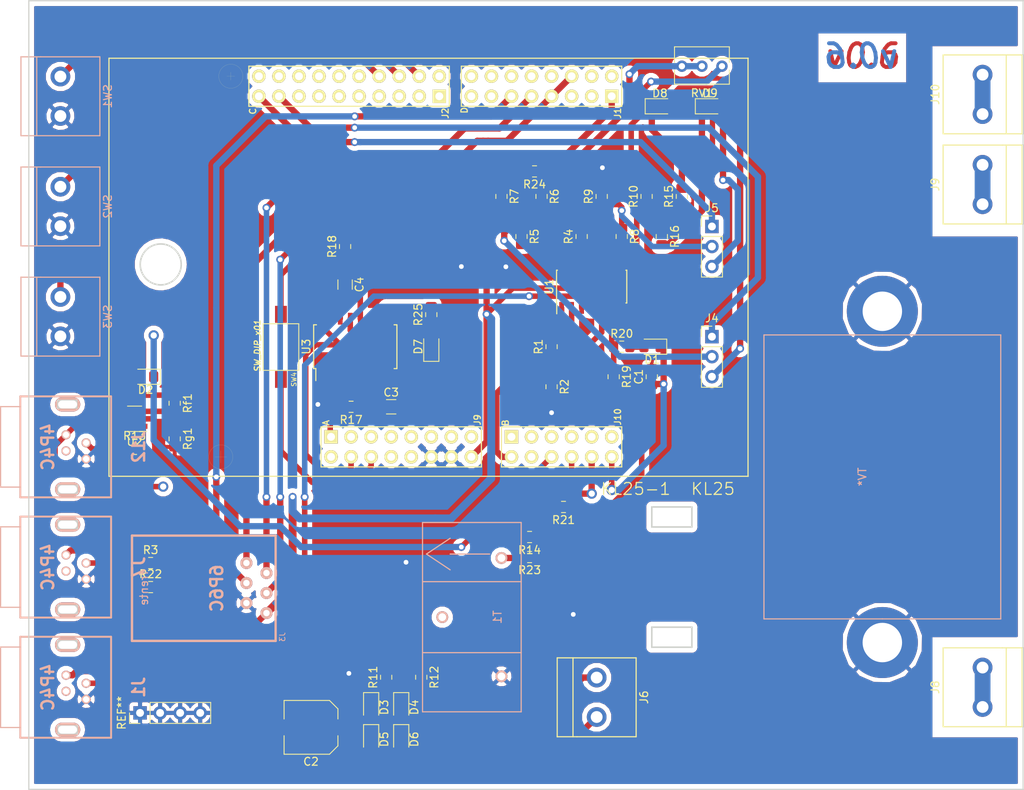
<source format=kicad_pcb>
(kicad_pcb (version 20171130) (host pcbnew 5.0.2-bee76a0~70~ubuntu18.04.1)
  (title_block (title "Project - VRMS") (date 2019-09-13) (rev v0.3) (company "Laboratorio Nacional de Luz Sincroton - LNLS") (comment 1 "Grupo CONS") (comment 2 "Vitor dos Santos") (comment 4 "Controls Group racks monitoring system"))
  (layers (0 F.Cu signal) (31 B.Cu signal) (34 B.Paste user) (35 F.Paste user) (36 B.SilkS user) (37 F.SilkS user) (38 B.Mask user) (39 F.Mask user) (44 Edge.Cuts user))
  (net 0 "")
  (net 1 +5V)
  (net 2 Earth)
  (net 3 "Net-(R1-Pad1)")
  (net 4 "Net-(KL25-1-PadB11)")
  (net 5 "Net-(KL25-1-PadB9)")
  (net 6 "Net-(KL25-1-PadB7)")
  (net 7 "Net-(KL25-1-PadB5)")
  (net 8 "Net-(KL25-1-PadB3)")
  (net 9 "Net-(KL25-1-PadB1)")
  (net 10 "Net-(KL25-1-PadA13)")
  (net 11 "Net-(KL25-1-PadA11)")
  (net 12 "Net-(KL25-1-PadA9)")
  (net 13 "Net-(KL25-1-PadA7)")
  (net 14 "Net-(KL25-1-PadA5)")
  (net 15 "Net-(KL25-1-PadA3)")
  (net 16 "Net-(KL25-1-PadA2)")
  (net 17 "Net-(T1-Pad2)")
  (net 18 /TensaoRede)
  (net 19 "Net-(KL25-1-PadC3)")
  (net 20 "Net-(KL25-1-PadC5)")
  (net 21 "Net-(KL25-1-PadC7)")
  (net 22 "Net-(KL25-1-PadC9)")
  (net 23 "Net-(KL25-1-PadC11)")
  (net 24 "Net-(KL25-1-PadC13)")
  (net 25 "Net-(KL25-1-PadC15)")
  (net 26 "Net-(KL25-1-PadD2)")
  (net 27 "Net-(KL25-1-PadD4)")
  (net 28 "Net-(KL25-1-PadD8)")
  (net 29 "Net-(KL25-1-PadD10)")
  (net 30 "Net-(KL25-1-PadD12)")
  (net 31 "Net-(KL25-1-PadD14)")
  (net 32 "Net-(KL25-1-PadD16)")
  (net 33 "Net-(KL25-1-PadC2)")
  (net 34 "Net-(KL25-1-PadC10)")
  (net 35 "Net-(KL25-1-PadC12)")
  (net 36 "Net-(KL25-1-PadC14)")
  (net 37 "Net-(KL25-1-PadC16)")
  (net 38 "Net-(KL25-1-PadC18)")
  (net 39 "Net-(KL25-1-PadC20)")
  (net 40 /CorrenteAnalog)
  (net 41 /MOSI)
  (net 42 /CLK)
  (net 43 /MISO)
  (net 44 /CS)
  (net 45 /CorrenteMax)
  (net 46 /CorrenteMin)
  (net 47 "Net-(KL25-1-PadB4)")
  (net 48 "Net-(KL25-1-PadA10)")
  (net 49 "Net-(R10-Pad1)")
  (net 50 "Net-(R8-Pad2)")
  (net 51 "Net-(R5-Pad2)")
  (net 52 "Net-(KL25-1-PadC1)")
  (net 53 "Net-(KL25-1-PadD15)")
  (net 54 "Net-(KL25-1-PadD13)")
  (net 55 "Net-(KL25-1-PadD5)")
  (net 56 "Net-(D9-Pad1)")
  (net 57 "Net-(D8-Pad1)")
  (net 58 /TempLM35)
  (net 59 "Net-(D8-Pad2)")
  (net 60 "Net-(D9-Pad2)")
  (net 61 /MaxCorrente)
  (net 62 /MinCorrente)
  (net 63 /DHT)
  (net 64 /PortaFrente)
  (net 65 /PortaTrás)
  (net 66 "Net-(KL25-1-PadD3)")
  (net 67 "Net-(J1-Pad2)")
  (net 68 "Net-(D3-Pad2)")
  (net 69 "Net-(D4-Pad2)")
  (net 70 "Net-(R19-Pad1)")
  (net 71 "Net-(R14-Pad2)")
  (net 72 "Net-(R21-Pad1)")
  (net 73 "Net-(R24-Pad1)")
  (net 74 "Net-(D1-Pad2)")
  (net 75 "Net-(J1-Pad3)")
  (net 76 "Net-(J7-Pad3)")
  (net 77 "Net-(C2-Pad1)")
  (net 78 "Net-(J12-Pad2)")
  (net 79 "Net-(R13-Pad2)")
  (net 80 "Net-(D2-Pad2)")
  (net 81 "Net-(J12-Pad3)")
  (net 82 "Net-(Rf1-Pad2)")
  (net 83 /GPIO)
  (net 84 /GeneralAnalog)
  (net 85 "Net-(C4-Pad1)")
  (net 86 +3V3)
  (net 87 "Net-(C3-Pad1)")
  (net 88 /RESET)
  (net 89 /RCONTROL)
  (net 90 "Net-(C4-Pad2)")
  (net 91 "Net-(C3-Pad2)")
  (net 92 "Net-(U3-Pad4)")
  (net 93 "Net-(U3-Pad13)")
  (net 94 "Net-(KL25-1-PadA15)")
  (net 95 /enable)
  (net 96 "Net-(KL25-1-PadA8)")
  (net 97 "Net-(D7-Pad2)")
  (net 98 "Net-(D7-Pad1)")
  (module Diode_SMD:D_0805_2012Metric_Pad1.15x1.40mm_HandSolder (layer F.Cu) (at 110.49 69.85 90)
    (fp_text reference D7 (at 0 -1.65 90) (layer F.SilkS))
    (fp_text value LED)
    (pad 1 smd roundrect (at -1.025 0 90) (size 1.15 1.4) (layers F.Cu F.Paste F.Mask) (roundrect_rratio 0.217391) (net 98 "Net-(D7-Pad1)"))
    (pad 2 smd roundrect (at 1.025 0 90) (size 1.15 1.4) (layers F.Cu F.Paste F.Mask) (roundrect_rratio 0.217391) (net 97 "Net-(D7-Pad2)"))
  )
  (module Resistor_SMD:R_0805_2012Metric_Pad1.15x1.40mm_HandSolder (layer F.Cu) (at 110.49 65.786 90)
    (fp_text reference R25 (at 0 -1.65 90) (layer F.SilkS))
    (fp_text value 180)
    (pad 1 smd roundrect (at -1.025 0 90) (size 1.15 1.4) (layers F.Cu F.Paste F.Mask) (roundrect_rratio 0.217391) (net 97 "Net-(D7-Pad2)"))
    (pad 2 smd roundrect (at 1.025 0 90) (size 1.15 1.4) (layers F.Cu F.Paste F.Mask) (roundrect_rratio 0.217391) (net 86 +3V3))
  )
  (module Controle:DIPSwitchSMD_1pos (layer F.Cu) (at 91.44 65.7479)
    (fp_text reference SW4 (at 1.651 8.255 90) (layer F.SilkS) (effects (font (size 0.6 0.6) (thickness 0.1))))
    (fp_text value SW_DIP_x01 (at -2.9718 3.9878 90) (layer F.SilkS) (effects (font (size 0.75 0.75) (thickness 0.15) italic)))
    (pad 1 smd rect (at 0 0) (size 1.5 2.15) (layers F.Cu F.Paste F.Mask) (net 95 /enable))
    (pad 2 smd rect (at 0 8.25) (size 1.5 2.15) (layers F.Cu F.Paste F.Mask) (net 88 /RESET))
  )
  (module Capacitor_SMD:C_1206_3216Metric_Pad1.42x1.75mm_HandSolder (layer F.Cu) (at 105.41 77.47)
    (fp_text reference C3 (at 0 -1.82) (layer F.SilkS))
    (fp_text value 10u)
    (pad 2 smd roundrect (at 1.4875 0) (size 1.425 1.75) (layers F.Cu F.Paste F.Mask) (roundrect_rratio 0.175439) (net 91 "Net-(C3-Pad2)"))
    (pad 1 smd roundrect (at -1.4875 0) (size 1.425 1.75) (layers F.Cu F.Paste F.Mask) (roundrect_rratio 0.175439) (net 87 "Net-(C3-Pad1)"))
  )
  (module Capacitor_SMD:C_1206_3216Metric_Pad1.42x1.75mm_HandSolder (layer F.Cu) (at 99.568 61.976 270)
    (fp_text reference C4 (at 0 -1.82 270) (layer F.SilkS))
    (fp_text value 10u)
    (pad 1 smd roundrect (at -1.4875 0 270) (size 1.425 1.75) (layers F.Cu F.Paste F.Mask) (roundrect_rratio 0.175439) (net 85 "Net-(C4-Pad1)"))
    (pad 2 smd roundrect (at 1.4875 0 270) (size 1.425 1.75) (layers F.Cu F.Paste F.Mask) (roundrect_rratio 0.175439) (net 90 "Net-(C4-Pad2)"))
  )
  (module Package_SO:SOIC-16W_5.3x10.2mm_P1.27mm (layer F.Cu) (at 100.86 69.85 90)
    (fp_text reference U3 (at 0 -6.2 90) (layer F.SilkS))
    (fp_text value 74HC123)
    (pad 1 smd rect (at -3.55 -4.445 90) (size 1.5 0.6) (layers F.Cu F.Paste F.Mask) (net 2 Earth))
    (pad 2 smd rect (at -3.55 -3.175 90) (size 1.5 0.6) (layers F.Cu F.Paste F.Mask) (net 89 /RCONTROL))
    (pad 3 smd rect (at -3.55 -1.905 90) (size 1.5 0.6) (layers F.Cu F.Paste F.Mask) (net 86 +3V3))
    (pad 4 smd rect (at -3.55 -0.635 90) (size 1.5 0.6) (layers F.Cu F.Paste F.Mask) (net 92 "Net-(U3-Pad4)"))
    (pad 5 smd rect (at -3.55 0.635 90) (size 1.5 0.6) (layers F.Cu F.Paste F.Mask) (net 98 "Net-(D7-Pad1)"))
    (pad 6 smd rect (at -3.55 1.905 90) (size 1.5 0.6) (layers F.Cu F.Paste F.Mask) (net 91 "Net-(C3-Pad2)"))
    (pad 7 smd rect (at -3.55 3.175 90) (size 1.5 0.6) (layers F.Cu F.Paste F.Mask) (net 87 "Net-(C3-Pad1)"))
    (pad 8 smd rect (at -3.55 4.445 90) (size 1.5 0.6) (layers F.Cu F.Paste F.Mask) (net 2 Earth))
    (pad 9 smd rect (at 3.55 4.445 90) (size 1.5 0.6) (layers F.Cu F.Paste F.Mask) (net 93 "Net-(U3-Pad13)"))
    (pad 10 smd rect (at 3.55 3.175 90) (size 1.5 0.6) (layers F.Cu F.Paste F.Mask) (net 86 +3V3))
    (pad 11 smd rect (at 3.55 1.905 90) (size 1.5 0.6) (layers F.Cu F.Paste F.Mask) (net 86 +3V3))
    (pad 12 smd rect (at 3.55 0.635 90) (size 1.5 0.6) (layers F.Cu F.Paste F.Mask) (net 95 /enable))
    (pad 13 smd rect (at 3.55 -0.635 90) (size 1.5 0.6) (layers F.Cu F.Paste F.Mask) (net 93 "Net-(U3-Pad13)"))
    (pad 14 smd rect (at 3.55 -1.905 90) (size 1.5 0.6) (layers F.Cu F.Paste F.Mask) (net 90 "Net-(C4-Pad2)"))
    (pad 15 smd rect (at 3.55 -3.175 90) (size 1.5 0.6) (layers F.Cu F.Paste F.Mask) (net 85 "Net-(C4-Pad1)"))
    (pad 16 smd rect (at 3.55 -4.445 90) (size 1.5 0.6) (layers F.Cu F.Paste F.Mask) (net 86 +3V3))
  )
  (module Resistor_SMD:R_0805_2012Metric_Pad1.15x1.40mm_HandSolder (layer F.Cu) (at 100.33 77.47 180)
    (fp_text reference R17 (at 0 -1.65 180) (layer F.SilkS))
    (fp_text value 10k)
    (pad 2 smd roundrect (at 1.025 0 180) (size 1.15 1.4) (layers F.Cu F.Paste F.Mask) (roundrect_rratio 0.217391) (net 86 +3V3))
    (pad 1 smd roundrect (at -1.025 0 180) (size 1.15 1.4) (layers F.Cu F.Paste F.Mask) (roundrect_rratio 0.217391) (net 87 "Net-(C3-Pad1)"))
  )
  (module Resistor_SMD:R_0805_2012Metric_Pad1.15x1.40mm_HandSolder (layer F.Cu) (at 99.568 57.15 90)
    (fp_text reference R18 (at 0 -1.65 90) (layer F.SilkS))
    (fp_text value 100k)
    (pad 1 smd roundrect (at -1.025 0 90) (size 1.15 1.4) (layers F.Cu F.Paste F.Mask) (roundrect_rratio 0.217391) (net 85 "Net-(C4-Pad1)"))
    (pad 2 smd roundrect (at 1.025 0 90) (size 1.15 1.4) (layers F.Cu F.Paste F.Mask) (roundrect_rratio 0.217391) (net 86 +3V3))
  )
  (module "Controle:Borne KRE" (layer B.Cu) (at 63.5 66.04 90)
    (fp_text reference SW3 (at 0 6 90) (layer B.SilkS) (effects (justify mirror)))
    (fp_text value GeneralPurpose)
    (pad 2 thru_hole circle (at 2.5 0 90) (size 2.5 2.5) (drill 1.5) (layers *.Cu *.Mask) (net 83 /GPIO))
    (pad 1 thru_hole circle (at -2.5 0 90) (size 2.5 2.5) (drill 1.5) (layers *.Cu *.Mask) (net 2 Earth))
  )
  (module Resistor_SMD:R_0805_2012Metric_Pad1.15x1.40mm_HandSolder (layer F.Cu) (at 77.978 77.01904 270)
    (fp_text reference Rf1 (at 0 -1.65 270) (layer F.SilkS))
    (fp_text value -)
    (pad 2 smd roundrect (at 1.025 0 270) (size 1.15 1.4) (layers F.Cu F.Paste F.Mask) (roundrect_rratio 0.217391) (net 82 "Net-(Rf1-Pad2)"))
    (pad 1 smd roundrect (at -1.025 0 270) (size 1.15 1.4) (layers F.Cu F.Paste F.Mask) (roundrect_rratio 0.217391) (net 80 "Net-(D2-Pad2)"))
  )
  (module Resistor_SMD:R_0805_2012Metric_Pad1.15x1.40mm_HandSolder (layer F.Cu) (at 77.978 81.534 270)
    (fp_text reference Rg1 (at 0 -1.65 270) (layer F.SilkS))
    (fp_text value -)
    (pad 1 smd roundrect (at -1.025 0 270) (size 1.15 1.4) (layers F.Cu F.Paste F.Mask) (roundrect_rratio 0.217391) (net 82 "Net-(Rf1-Pad2)"))
    (pad 2 smd roundrect (at 1.025 0 270) (size 1.15 1.4) (layers F.Cu F.Paste F.Mask) (roundrect_rratio 0.217391) (net 2 Earth))
  )
  (module Controle:RJ11-4P4C-HIROSE_2 (layer B.Cu) (at 58.42 82.55 90)
    (fp_text reference J12 (at 0 14.99 90) (layer B.SilkS) (effects (font (size 1.524 1.524) (thickness 0.3048)) (justify mirror)))
    (fp_text value 4P4C (at 0 3.49 90) (layer B.SilkS) (effects (font (size 1.524 1.524) (thickness 0.3048)) (justify mirror)))
    (pad 2 thru_hole circle (at 0.51 8.34 90) (size 1.16 1.16) (drill 0.8) (layers *.Cu *.Mask B.SilkS) (net 78 "Net-(J12-Pad2)"))
    (pad 4 thru_hole circle (at -1.53 8.34 90) (size 1.16 1.16) (drill 0.8) (layers *.Cu *.Mask B.SilkS) (net 2 Earth))
    (pad 3 thru_hole circle (at -0.51 5.79 90) (size 1.16 1.16) (drill 0.8) (layers *.Cu *.Mask B.SilkS) (net 81 "Net-(J12-Pad3)"))
    (pad 1 thru_hole circle (at 1.53 5.79 90) (size 1.16 1.16) (drill 0.8) (layers *.Cu *.Mask B.SilkS) (net 1 +5V))
    (pad 8 thru_hole oval (at 5.38 5.99 90) (size 1.8 3.2) (drill oval 1 2.4) (layers *.Cu *.Mask B.SilkS))
    (pad 7 thru_hole oval (at -5.38 5.99 90) (size 1.8 3.2) (drill oval 1 2.4) (layers *.Cu *.Mask B.SilkS))
  )
  (module Diode_SMD:D_0805_2012Metric_Pad1.15x1.40mm_HandSolder (layer F.Cu) (at 74.295 73.66 180)
    (fp_text reference D2 (at 0 -1.65 180) (layer F.SilkS))
    (fp_text value D)
    (pad 1 smd roundrect (at -1.025 0 180) (size 1.15 1.4) (layers F.Cu F.Paste F.Mask) (roundrect_rratio 0.217391) (net 84 /GeneralAnalog))
    (pad 2 smd roundrect (at 1.025 0 180) (size 1.15 1.4) (layers F.Cu F.Paste F.Mask) (roundrect_rratio 0.217391) (net 80 "Net-(D2-Pad2)"))
  )
  (module Package_TO_SOT_SMD:SOT-23-5 (layer F.Cu) (at 72.898 78.994 180)
    (fp_text reference U2 (at 0 -2.9 180) (layer F.SilkS))
    (fp_text value LM321)
    (pad 1 smd rect (at -1.1 -0.95 180) (size 1.06 0.65) (layers F.Cu F.Paste F.Mask) (net 79 "Net-(R13-Pad2)"))
    (pad 2 smd rect (at -1.1 0 180) (size 1.06 0.65) (layers F.Cu F.Paste F.Mask) (net 2 Earth))
    (pad 3 smd rect (at -1.1 0.95 180) (size 1.06 0.65) (layers F.Cu F.Paste F.Mask) (net 82 "Net-(Rf1-Pad2)"))
    (pad 4 smd rect (at 1.1 0.95 180) (size 1.06 0.65) (layers F.Cu F.Paste F.Mask) (net 80 "Net-(D2-Pad2)"))
    (pad 5 smd rect (at 1.1 -0.95 180) (size 1.06 0.65) (layers F.Cu F.Paste F.Mask) (net 1 +5V))
  )
  (module Resistor_SMD:R_0805_2012Metric_Pad1.15x1.40mm_HandSolder (layer F.Cu) (at 72.898 82.804)
    (fp_text reference R13 (at 0 -1.65) (layer F.SilkS))
    (fp_text value Rin)
    (pad 1 smd roundrect (at -1.025 0) (size 1.15 1.4) (layers F.Cu F.Paste F.Mask) (roundrect_rratio 0.217391) (net 78 "Net-(J12-Pad2)"))
    (pad 2 smd roundrect (at 1.025 0) (size 1.15 1.4) (layers F.Cu F.Paste F.Mask) (roundrect_rratio 0.217391) (net 79 "Net-(R13-Pad2)"))
  )
  (module "Controle:Borne KRE" (layer F.Cu) (at 180.34 113.03 90)
    (fp_text reference J8 (at 0 -6 90) (layer F.SilkS))
    (fp_text value TrafoTensão)
    (pad 1 thru_hole circle (at -2.5 0 90) (size 2.5 2.5) (drill 1.5) (layers *.Cu *.Mask))
    (pad 2 thru_hole circle (at 2.5 0 90) (size 2.5 2.5) (drill 1.5) (layers *.Cu *.Mask))
  )
  (module Capacitor_SMD:C_Elec_6.3x7.7 (layer F.Cu) (at 95.25 118.11 180)
    (fp_text reference C2 (at 0 -4.35 180) (layer F.SilkS))
    (fp_text value 100u)
    (pad 1 smd roundrect (at -2.5375 0 180) (size 3.325 1.6) (layers F.Cu F.Paste F.Mask) (roundrect_rratio 0.15625) (net 77 "Net-(C2-Pad1)"))
    (pad 2 smd roundrect (at 2.5375 0 180) (size 3.325 1.6) (layers F.Cu F.Paste F.Mask) (roundrect_rratio 0.15625) (net 2 Earth))
  )
  (module Controle:RJ11-4P4C-HIROSE_2 (layer B.Cu) (at 58.42 97.79 90)
    (fp_text reference J7 (at 0 14.99 90) (layer B.SilkS) (effects (font (size 1.524 1.524) (thickness 0.3048)) (justify mirror)))
    (fp_text value 4P4C (at 0 3.49 90) (layer B.SilkS) (effects (font (size 1.524 1.524) (thickness 0.3048)) (justify mirror)))
    (pad 2 thru_hole circle (at 0.51 8.34 90) (size 1.16 1.16) (drill 0.8) (layers *.Cu *.Mask B.SilkS) (net 63 /DHT))
    (pad 4 thru_hole circle (at -1.53 8.34 90) (size 1.16 1.16) (drill 0.8) (layers *.Cu *.Mask B.SilkS) (net 2 Earth))
    (pad 3 thru_hole circle (at -0.51 5.79 90) (size 1.16 1.16) (drill 0.8) (layers *.Cu *.Mask B.SilkS) (net 76 "Net-(J7-Pad3)"))
    (pad 1 thru_hole circle (at 1.53 5.79 90) (size 1.16 1.16) (drill 0.8) (layers *.Cu *.Mask B.SilkS) (net 1 +5V))
    (pad 8 thru_hole oval (at 5.38 5.99 90) (size 1.8 3.2) (drill oval 1 2.4) (layers *.Cu *.Mask B.SilkS))
    (pad 7 thru_hole oval (at -5.38 5.99 90) (size 1.8 3.2) (drill oval 1 2.4) (layers *.Cu *.Mask B.SilkS))
  )
  (module Controle:RJ11-4P4C-HIROSE_2 (layer B.Cu) (at 58.42 113.03 90)
    (fp_text reference J1 (at 0 14.99 90) (layer B.SilkS) (effects (font (size 1.524 1.524) (thickness 0.3048)) (justify mirror)))
    (fp_text value 4P4C (at 0 3.49 90) (layer B.SilkS) (effects (font (size 1.524 1.524) (thickness 0.3048)) (justify mirror)))
    (pad 7 thru_hole oval (at -5.38 5.99 90) (size 1.8 3.2) (drill oval 1 2.4) (layers *.Cu *.Mask B.SilkS))
    (pad 8 thru_hole oval (at 5.38 5.99 90) (size 1.8 3.2) (drill oval 1 2.4) (layers *.Cu *.Mask B.SilkS))
    (pad 1 thru_hole circle (at 1.53 5.79 90) (size 1.16 1.16) (drill 0.8) (layers *.Cu *.Mask B.SilkS) (net 1 +5V))
    (pad 3 thru_hole circle (at -0.51 5.79 90) (size 1.16 1.16) (drill 0.8) (layers *.Cu *.Mask B.SilkS) (net 75 "Net-(J1-Pad3)"))
    (pad 4 thru_hole circle (at -1.53 8.34 90) (size 1.16 1.16) (drill 0.8) (layers *.Cu *.Mask B.SilkS) (net 2 Earth))
    (pad 2 thru_hole circle (at 0.51 8.34 90) (size 1.16 1.16) (drill 0.8) (layers *.Cu *.Mask B.SilkS) (net 67 "Net-(J1-Pad2)"))
  )
  (module "Controle:Borne KRE" (layer B.Cu) (at 63.5 52.07 90)
    (fp_text reference SW2 (at 0 6 90) (layer B.SilkS) (effects (justify mirror)))
    (fp_text value PortaTrás)
    (pad 1 thru_hole circle (at -2.5 0 90) (size 2.5 2.5) (drill 1.5) (layers *.Cu *.Mask) (net 2 Earth))
    (pad 2 thru_hole circle (at 2.5 0 90) (size 2.5 2.5) (drill 1.5) (layers *.Cu *.Mask) (net 65 /PortaTrás))
  )
  (module "Controle:Borne KRE" (layer B.Cu) (at 63.5 38.1 90)
    (fp_text reference SW1 (at 0 6 90) (layer B.SilkS) (effects (justify mirror)))
    (fp_text value PortaFrente)
    (pad 1 thru_hole circle (at -2.5 0 90) (size 2.5 2.5) (drill 1.5) (layers *.Cu *.Mask) (net 2 Earth))
    (pad 2 thru_hole circle (at 2.5 0 90) (size 2.5 2.5) (drill 1.5) (layers *.Cu *.Mask) (net 64 /PortaFrente))
  )
  (module "Controle:Borne KRE" (layer F.Cu) (at 131.445 114.3 270)
    (fp_text reference J6 (at 0 -6 270) (layer F.SilkS))
    (fp_text value "Trafo 220 : 4,5-0-4,5")
    (pad 1 thru_hole circle (at -2.5 0 270) (size 2.5 2.5) (drill 1.5) (layers *.Cu *.Mask) (net 69 "Net-(D4-Pad2)"))
    (pad 2 thru_hole circle (at 2.5 0 270) (size 2.5 2.5) (drill 1.5) (layers *.Cu *.Mask) (net 68 "Net-(D3-Pad2)"))
  )
  (module "Controle:Borne KRE" (layer F.Cu) (at 180.34 37.86 90)
    (fp_text reference J10 (at 0 -6 90) (layer F.SilkS))
    (fp_text value TrafoCorrente)
    (pad 1 thru_hole circle (at -2.5 0 90) (size 2.5 2.5) (drill 1.5) (layers *.Cu *.Mask))
    (pad 2 thru_hole circle (at 2.5 0 90) (size 2.5 2.5) (drill 1.5) (layers *.Cu *.Mask))
  )
  (module "Controle:Borne KRE" (layer F.Cu) (at 180.34 49.29 90)
    (fp_text reference J9 (at 0 -6 90) (layer F.SilkS))
    (fp_text value TrafoCorrente)
    (pad 1 thru_hole circle (at -2.5 0 90) (size 2.5 2.5) (drill 1.5) (layers *.Cu *.Mask))
    (pad 2 thru_hole circle (at 2.5 0 90) (size 2.5 2.5) (drill 1.5) (layers *.Cu *.Mask))
  )
  (module Diode_SMD:D_0805_2012Metric_Pad1.15x1.40mm_HandSolder (layer F.Cu) (at 138.46 69.85 180)
    (fp_text reference D1 (at 0 -1.65 180) (layer F.SilkS))
    (fp_text value D)
    (pad 1 smd roundrect (at -1.025 0 180) (size 1.15 1.4) (layers F.Cu F.Paste F.Mask) (roundrect_rratio 0.217391) (net 40 /CorrenteAnalog))
    (pad 2 smd roundrect (at 1.025 0 180) (size 1.15 1.4) (layers F.Cu F.Paste F.Mask) (roundrect_rratio 0.217391) (net 74 "Net-(D1-Pad2)"))
  )
  (module Resistor_SMD:R_0805_2012Metric_Pad1.15x1.40mm_HandSolder (layer F.Cu) (at 123.571 47.625 180)
    (fp_text reference R24 (at 0 -1.65 180) (layer F.SilkS))
    (fp_text value 10k)
    (pad 1 smd roundrect (at -1.025 0 180) (size 1.15 1.4) (layers F.Cu F.Paste F.Mask) (roundrect_rratio 0.217391) (net 73 "Net-(R24-Pad1)"))
    (pad 2 smd roundrect (at 1.025 0 180) (size 1.15 1.4) (layers F.Cu F.Paste F.Mask) (roundrect_rratio 0.217391) (net 1 +5V))
  )
  (module "Controle:RJ25(vitor)" (layer B.Cu) (at 85.09 100.48 90)
    (fp_text reference J3 (at -6.1723 6.532 90) (layer B.SilkS) (effects (font (size 0.7 0.7) (thickness 0.1)) (justify mirror)))
    (fp_text value 6P6C (at 0 -1.778 90) (layer B.SilkS) (effects (font (size 1.524 1.524) (thickness 0.3048)) (justify mirror)))
    (fp_text user frente (at 0 -11 90) (layer B.SilkS) (effects (justify mirror)))
    (pad 2 thru_hole circle (at -1.87452 1.97866 270) (size 1.524 1.524) (drill 0.8128) (layers *.Cu *.Mask B.SilkS) (net 2 Earth))
    (pad 4 thru_hole circle (at 0.66548 1.97866 270) (size 1.524 1.524) (drill 0.8128) (layers *.Cu *.Mask B.SilkS) (net 43 /MISO))
    (pad 6 thru_hole circle (at 3.20548 1.97866 270) (size 1.524 1.524) (drill 0.8128) (layers *.Cu *.Mask B.SilkS) (net 44 /CS))
    (pad 1 thru_hole circle (at -3.14452 4.51866 270) (size 1.524 1.524) (drill 0.8128) (layers *.Cu *.Mask B.SilkS) (net 1 +5V))
    (pad 5 thru_hole circle (at 1.93548 4.51866 270) (size 1.524 1.524) (drill 0.8128) (layers *.Cu *.Mask B.SilkS) (net 42 /CLK))
    (pad 3 thru_hole circle (at -0.60452 4.51866 270) (size 1.524 1.524) (drill 0.8128) (layers *.Cu *.Mask B.SilkS) (net 41 /MOSI))
  )
  (module Controle:TrafoVesteves (layer B.Cu) (at 167.64 86.36 270)
    (fp_text reference TV* (at 0 2.54 270) (layer B.SilkS) (effects (justify mirror)))
    (fp_text value TrafoVesteves)
    (pad 2 thru_hole circle (at 21 0 270) (size 9 9) (drill 5) (layers *.Cu *.Mask) (net 2 Earth))
    (pad 1 thru_hole circle (at -21 0 270) (size 9 9) (drill 5) (layers *.Cu *.Mask) (net 2 Earth))
  )
  (module Resistor_SMD:R_0805_2012Metric_Pad1.15x1.40mm_HandSolder (layer F.Cu) (at 122.945 96.52 180)
    (fp_text reference R23 (at 0 -1.65 180) (layer F.SilkS))
    (fp_text value 1k)
    (pad 1 smd roundrect (at -1.025 0 180) (size 1.15 1.4) (layers F.Cu F.Paste F.Mask) (roundrect_rratio 0.217391) (net 2 Earth))
    (pad 2 smd roundrect (at 1.025 0 180) (size 1.15 1.4) (layers F.Cu F.Paste F.Mask) (roundrect_rratio 0.217391) (net 71 "Net-(R14-Pad2)"))
  )
  (module Resistor_SMD:R_0805_2012Metric_Pad1.15x1.40mm_HandSolder (layer F.Cu) (at 74.93 100.33)
    (fp_text reference R22 (at 0 -1.65) (layer F.SilkS))
    (fp_text value 10k)
    (pad 1 smd roundrect (at -1.025 0) (size 1.15 1.4) (layers F.Cu F.Paste F.Mask) (roundrect_rratio 0.217391) (net 63 /DHT))
    (pad 2 smd roundrect (at 1.025 0) (size 1.15 1.4) (layers F.Cu F.Paste F.Mask) (roundrect_rratio 0.217391) (net 1 +5V))
  )
  (module Resistor_SMD:R_0805_2012Metric_Pad1.15x1.40mm_HandSolder (layer F.Cu) (at 127.245 90.17 180)
    (fp_text reference R21 (at 0 -1.65 180) (layer F.SilkS))
    (fp_text value 1k)
    (pad 1 smd roundrect (at -1.025 0 180) (size 1.15 1.4) (layers F.Cu F.Paste F.Mask) (roundrect_rratio 0.217391) (net 72 "Net-(R21-Pad1)"))
    (pad 2 smd roundrect (at 1.025 0 180) (size 1.15 1.4) (layers F.Cu F.Paste F.Mask) (roundrect_rratio 0.217391) (net 71 "Net-(R14-Pad2)"))
  )
  (module Resistor_SMD:R_0805_2012Metric_Pad1.15x1.40mm_HandSolder (layer F.Cu) (at 122.945 93.98 180)
    (fp_text reference R14 (at 0 -1.65 180) (layer F.SilkS))
    (fp_text value 1k)
    (pad 2 smd roundrect (at 1.025 0 180) (size 1.15 1.4) (layers F.Cu F.Paste F.Mask) (roundrect_rratio 0.217391) (net 71 "Net-(R14-Pad2)"))
    (pad 1 smd roundrect (at -1.025 0 180) (size 1.15 1.4) (layers F.Cu F.Paste F.Mask) (roundrect_rratio 0.217391) (net 2 Earth))
  )
  (module Resistor_SMD:R_0805_2012Metric_Pad1.15x1.40mm_HandSolder (layer F.Cu) (at 133.6 73.66 270)
    (fp_text reference R19 (at 0 -1.65 270) (layer F.SilkS))
    (fp_text value 2k2)
    (pad 2 smd roundrect (at 1.025 0 270) (size 1.15 1.4) (layers F.Cu F.Paste F.Mask) (roundrect_rratio 0.217391) (net 2 Earth))
    (pad 1 smd roundrect (at -1.025 0 270) (size 1.15 1.4) (layers F.Cu F.Paste F.Mask) (roundrect_rratio 0.217391) (net 70 "Net-(R19-Pad1)"))
  )
  (module Resistor_SMD:R_0805_2012Metric_Pad1.15x1.40mm_HandSolder (layer F.Cu) (at 134.62 69.85)
    (fp_text reference R20 (at 0 -1.65) (layer F.SilkS))
    (fp_text value 22k)
    (pad 1 smd roundrect (at -1.025 0) (size 1.15 1.4) (layers F.Cu F.Paste F.Mask) (roundrect_rratio 0.217391) (net 70 "Net-(R19-Pad1)"))
    (pad 2 smd roundrect (at 1.025 0) (size 1.15 1.4) (layers F.Cu F.Paste F.Mask) (roundrect_rratio 0.217391) (net 74 "Net-(D1-Pad2)"))
  )
  (module Diode_SMD:D_0805_2012Metric_Pad1.15x1.40mm_HandSolder (layer F.Cu) (at 102.87 115.57 270)
    (fp_text reference D3 (at 0 -1.65 270) (layer F.SilkS))
    (fp_text value D)
    (pad 2 smd roundrect (at 1.025 0 270) (size 1.15 1.4) (layers F.Cu F.Paste F.Mask) (roundrect_rratio 0.217391) (net 68 "Net-(D3-Pad2)"))
    (pad 1 smd roundrect (at -1.025 0 270) (size 1.15 1.4) (layers F.Cu F.Paste F.Mask) (roundrect_rratio 0.217391) (net 77 "Net-(C2-Pad1)"))
  )
  (module Diode_SMD:D_0805_2012Metric_Pad1.15x1.40mm_HandSolder (layer F.Cu) (at 106.68 115.57 270)
    (fp_text reference D4 (at 0 -1.65 270) (layer F.SilkS))
    (fp_text value D)
    (pad 1 smd roundrect (at -1.025 0 270) (size 1.15 1.4) (layers F.Cu F.Paste F.Mask) (roundrect_rratio 0.217391) (net 77 "Net-(C2-Pad1)"))
    (pad 2 smd roundrect (at 1.025 0 270) (size 1.15 1.4) (layers F.Cu F.Paste F.Mask) (roundrect_rratio 0.217391) (net 69 "Net-(D4-Pad2)"))
  )
  (module Diode_SMD:D_0805_2012Metric_Pad1.15x1.40mm_HandSolder (layer F.Cu) (at 102.87 119.625 270)
    (fp_text reference D5 (at 0 -1.65 270) (layer F.SilkS))
    (fp_text value D)
    (pad 2 smd roundrect (at 1.025 0 270) (size 1.15 1.4) (layers F.Cu F.Paste F.Mask) (roundrect_rratio 0.217391) (net 2 Earth))
    (pad 1 smd roundrect (at -1.025 0 270) (size 1.15 1.4) (layers F.Cu F.Paste F.Mask) (roundrect_rratio 0.217391) (net 68 "Net-(D3-Pad2)"))
  )
  (module Diode_SMD:D_0805_2012Metric_Pad1.15x1.40mm_HandSolder (layer F.Cu) (at 106.68 119.625 270)
    (fp_text reference D6 (at 0 -1.65 270) (layer F.SilkS))
    (fp_text value D)
    (pad 1 smd roundrect (at -1.025 0 270) (size 1.15 1.4) (layers F.Cu F.Paste F.Mask) (roundrect_rratio 0.217391) (net 69 "Net-(D4-Pad2)"))
    (pad 2 smd roundrect (at 1.025 0 270) (size 1.15 1.4) (layers F.Cu F.Paste F.Mask) (roundrect_rratio 0.217391) (net 2 Earth))
  )
  (module Resistor_SMD:R_0805_2012Metric_Pad1.15x1.40mm_HandSolder (layer F.Cu) (at 109.22 111.76 270)
    (fp_text reference R12 (at 0 -1.65 270) (layer F.SilkS))
    (fp_text value 22k)
    (pad 2 smd roundrect (at 1.025 0 270) (size 1.15 1.4) (layers F.Cu F.Paste F.Mask) (roundrect_rratio 0.217391) (net 2 Earth))
    (pad 1 smd roundrect (at -1.025 0 270) (size 1.15 1.4) (layers F.Cu F.Paste F.Mask) (roundrect_rratio 0.217391) (net 18 /TensaoRede))
  )
  (module Resistor_SMD:R_0805_2012Metric_Pad1.15x1.40mm_HandSolder (layer F.Cu) (at 104.775 111.76 90)
    (fp_text reference R11 (at 0 -1.65 90) (layer F.SilkS))
    (fp_text value 82k)
    (pad 1 smd roundrect (at -1.025 0 90) (size 1.15 1.4) (layers F.Cu F.Paste F.Mask) (roundrect_rratio 0.217391) (net 77 "Net-(C2-Pad1)"))
    (pad 2 smd roundrect (at 1.025 0 90) (size 1.15 1.4) (layers F.Cu F.Paste F.Mask) (roundrect_rratio 0.217391) (net 18 /TensaoRede))
  )
  (module Controle:KL25Z (layer F.Cu) (at 104.14 59.69)
    (fp_text reference KL25-1 (at 32.258 28.194) (layer F.SilkS) (effects (font (size 1.5 1.5))))
    (fp_text value KL25 (at 42.037 28.194) (layer F.SilkS) (effects (font (size 1.5 1.5))))
    (fp_text user A (at -6.985 19.812 90) (layer F.SilkS) (effects (font (size 0.8 0.8))))
    (fp_text user B (at 15.748 19.812 90) (layer F.SilkS) (effects (font (size 0.8 0.8))))
    (fp_text user C (at -16.256 -19.685 90) (layer F.SilkS) (effects (font (size 0.8 0.8))))
    (fp_text user D (at 10.541 -19.812 90) (layer F.SilkS) (effects (font (size 0.8 0.8))))
    (fp_text user J9 (at 12.192 19.431 90) (layer F.SilkS) (effects (font (size 0.8 0.8))))
    (fp_text user J10 (at 29.972 19.05 90) (layer F.SilkS) (effects (font (size 0.8 0.8))))
    (fp_text user J2 (at 8.128 -19.431 90) (layer F.SilkS) (effects (font (size 0.8 0.8))))
    (fp_text user J1 (at 29.972 -19.431 90) (layer F.SilkS) (effects (font (size 0.8 0.8))))
    (pad A4 thru_hole circle (at -3.81 24.13) (size 1.7 1.7) (drill 1) (layers *.Cu *.Mask F.SilkS) (net 86 +3V3))
    (pad C20 thru_hole circle (at -15.494 -24.13) (size 1.7 1.7) (drill 1) (layers *.Cu *.Mask F.SilkS) (net 39 "Net-(KL25-1-PadC20)"))
    (pad C18 thru_hole circle (at -12.954 -24.13) (size 1.7 1.7) (drill 1) (layers *.Cu *.Mask F.SilkS) (net 38 "Net-(KL25-1-PadC18)"))
    (pad C16 thru_hole circle (at -10.414 -24.13) (size 1.7 1.7) (drill 1) (layers *.Cu *.Mask F.SilkS) (net 37 "Net-(KL25-1-PadC16)"))
    (pad C14 thru_hole circle (at -7.874 -24.13) (size 1.7 1.7) (drill 1) (layers *.Cu *.Mask F.SilkS) (net 36 "Net-(KL25-1-PadC14)"))
    (pad C12 thru_hole circle (at -5.334 -24.13) (size 1.7 1.7) (drill 1) (layers *.Cu *.Mask F.SilkS) (net 35 "Net-(KL25-1-PadC12)"))
    (pad C10 thru_hole circle (at -2.794 -24.13) (size 1.7 1.7) (drill 1) (layers *.Cu *.Mask F.SilkS) (net 34 "Net-(KL25-1-PadC10)"))
    (pad C8 thru_hole circle (at -0.254 -24.13) (size 1.7 1.7) (drill 1) (layers *.Cu *.Mask F.SilkS) (net 83 /GPIO))
    (pad C6 thru_hole circle (at 2.286 -24.13) (size 1.7 1.7) (drill 1) (layers *.Cu *.Mask F.SilkS) (net 65 /PortaTrás))
    (pad C4 thru_hole circle (at 4.826 -24.13) (size 1.7 1.7) (drill 1) (layers *.Cu *.Mask F.SilkS) (net 64 /PortaFrente))
    (pad C2 thru_hole circle (at 7.366 -24.13) (size 1.7 1.7) (drill 1) (layers *.Cu *.Mask F.SilkS) (net 33 "Net-(KL25-1-PadC2)"))
    (pad D16 thru_hole circle (at 11.43 -24.13) (size 1.7 1.7) (drill 1) (layers *.Cu *.Mask F.SilkS) (net 32 "Net-(KL25-1-PadD16)"))
    (pad D14 thru_hole circle (at 13.97 -24.13) (size 1.7 1.7) (drill 1) (layers *.Cu *.Mask F.SilkS) (net 31 "Net-(KL25-1-PadD14)"))
    (pad D12 thru_hole circle (at 16.51 -24.13) (size 1.7 1.7) (drill 1) (layers *.Cu *.Mask F.SilkS) (net 30 "Net-(KL25-1-PadD12)"))
    (pad D10 thru_hole circle (at 19.05 -24.13) (size 1.7 1.7) (drill 1) (layers *.Cu *.Mask F.SilkS) (net 29 "Net-(KL25-1-PadD10)"))
    (pad D8 thru_hole circle (at 21.59 -24.13) (size 1.7 1.7) (drill 1) (layers *.Cu *.Mask F.SilkS) (net 28 "Net-(KL25-1-PadD8)"))
    (pad D6 thru_hole circle (at 24.13 -24.13) (size 1.7 1.7) (drill 1) (layers *.Cu *.Mask F.SilkS) (net 44 /CS))
    (pad D4 thru_hole circle (at 26.67 -24.13) (size 1.7 1.7) (drill 1) (layers *.Cu *.Mask F.SilkS) (net 27 "Net-(KL25-1-PadD4)"))
    (pad D2 thru_hole circle (at 29.21 -24.13) (size 1.7 1.7) (drill 1) (layers *.Cu *.Mask F.SilkS) (net 26 "Net-(KL25-1-PadD2)"))
    (pad B12 thru_hole circle (at 29.21 24.13) (size 1.7 1.7) (drill 1) (layers *.Cu *.Mask F.SilkS) (net 40 /CorrenteAnalog))
    (pad B10 thru_hole circle (at 26.67 24.13) (size 1.7 1.7) (drill 1) (layers *.Cu *.Mask F.SilkS) (net 18 /TensaoRede))
    (pad B8 thru_hole circle (at 24.13 24.13) (size 1.7 1.7) (drill 1) (layers *.Cu *.Mask F.SilkS) (net 63 /DHT))
    (pad B6 thru_hole circle (at 21.59 24.13) (size 1.7 1.7) (drill 1) (layers *.Cu *.Mask F.SilkS) (net 84 /GeneralAnalog))
    (pad B4 thru_hole circle (at 19.05 24.13) (size 1.7 1.7) (drill 1) (layers *.Cu *.Mask F.SilkS) (net 47 "Net-(KL25-1-PadB4)"))
    (pad B2 thru_hole circle (at 16.51 24.13) (size 1.7 1.7) (drill 1) (layers *.Cu *.Mask F.SilkS) (net 58 /TempLM35))
    (pad A16 thru_hole circle (at 11.43 24.13) (size 1.7 1.7) (drill 1) (layers *.Cu *.Mask F.SilkS) (net 1 +5V))
    (pad A14 thru_hole circle (at 8.89 24.13) (size 1.7 1.7) (drill 1) (layers *.Cu *.Mask F.SilkS) (net 2 Earth))
    (pad A12 thru_hole circle (at 6.35 24.13) (size 1.7 1.7) (drill 1) (layers *.Cu *.Mask F.SilkS) (net 2 Earth))
    (pad A10 thru_hole circle (at 3.81 24.13) (size 1.7 1.7) (drill 1) (layers *.Cu *.Mask F.SilkS) (net 48 "Net-(KL25-1-PadA10)"))
    (pad A8 thru_hole circle (at 1.27 24.13) (size 1.7 1.7) (drill 1) (layers *.Cu *.Mask F.SilkS) (net 96 "Net-(KL25-1-PadA8)"))
    (pad A6 thru_hole circle (at -1.27 24.13) (size 1.7 1.7) (drill 1) (layers *.Cu *.Mask F.SilkS) (net 88 /RESET))
    (pad A2 thru_hole circle (at -6.35 24.13) (size 1.7 1.7) (drill 1) (layers *.Cu *.Mask F.SilkS) (net 16 "Net-(KL25-1-PadA2)"))
    (pad C19 thru_hole circle (at -15.494 -21.59) (size 1.7 1.7) (drill 1) (layers *.Cu *.Mask F.SilkS) (net 62 /MinCorrente))
    (pad C17 thru_hole circle (at -12.954 -21.59) (size 1.7 1.7) (drill 1) (layers *.Cu *.Mask F.SilkS) (net 61 /MaxCorrente))
    (pad C15 thru_hole circle (at -10.414 -21.59) (size 1.7 1.7) (drill 1) (layers *.Cu *.Mask F.SilkS) (net 25 "Net-(KL25-1-PadC15)"))
    (pad C13 thru_hole circle (at -7.874 -21.59) (size 1.7 1.7) (drill 1) (layers *.Cu *.Mask F.SilkS) (net 24 "Net-(KL25-1-PadC13)"))
    (pad C11 thru_hole circle (at -5.334 -21.59) (size 1.7 1.7) (drill 1) (layers *.Cu *.Mask F.SilkS) (net 23 "Net-(KL25-1-PadC11)"))
    (pad C9 thru_hole circle (at -2.794 -21.59) (size 1.7 1.7) (drill 1) (layers *.Cu *.Mask F.SilkS) (net 22 "Net-(KL25-1-PadC9)"))
    (pad C7 thru_hole circle (at -0.254 -21.59) (size 1.7 1.7) (drill 1) (layers *.Cu *.Mask F.SilkS) (net 21 "Net-(KL25-1-PadC7)"))
    (pad C5 thru_hole circle (at 2.286 -21.59) (size 1.7 1.7) (drill 1) (layers *.Cu *.Mask F.SilkS) (net 20 "Net-(KL25-1-PadC5)"))
    (pad C3 thru_hole circle (at 4.826 -21.59) (size 1.7 1.7) (drill 1) (layers *.Cu *.Mask F.SilkS) (net 19 "Net-(KL25-1-PadC3)"))
    (pad C1 thru_hole rect (at 7.366 -21.59) (size 1.7 1.7) (drill 1) (layers *.Cu *.Mask F.SilkS) (net 52 "Net-(KL25-1-PadC1)"))
    (pad D15 thru_hole circle (at 11.43 -21.59) (size 1.7 1.7) (drill 1) (layers *.Cu *.Mask F.SilkS) (net 53 "Net-(KL25-1-PadD15)"))
    (pad D13 thru_hole circle (at 13.97 -21.59) (size 1.7 1.7) (drill 1) (layers *.Cu *.Mask F.SilkS) (net 54 "Net-(KL25-1-PadD13)"))
    (pad D11 thru_hole circle (at 16.51 -21.59) (size 1.7 1.7) (drill 1) (layers *.Cu *.Mask F.SilkS) (net 43 /MISO))
    (pad D9 thru_hole circle (at 19.05 -21.59) (size 1.7 1.7) (drill 1) (layers *.Cu *.Mask F.SilkS) (net 42 /CLK))
    (pad D7 thru_hole circle (at 21.59 -21.59) (size 1.7 1.7) (drill 1) (layers *.Cu *.Mask F.SilkS) (net 44 /CS))
    (pad D5 thru_hole circle (at 24.13 -21.59) (size 1.7 1.7) (drill 1) (layers *.Cu *.Mask F.SilkS) (net 55 "Net-(KL25-1-PadD5)"))
    (pad D3 thru_hole circle (at 26.67 -21.59) (size 1.7 1.7) (drill 1) (layers *.Cu *.Mask F.SilkS) (net 66 "Net-(KL25-1-PadD3)"))
    (pad D1 thru_hole rect (at 29.21 -21.59) (size 1.7 1.7) (drill 1) (layers *.Cu *.Mask F.SilkS) (net 41 /MOSI))
    (pad A1 thru_hole rect (at -6.35 21.59) (size 1.7 1.7) (drill 1) (layers *.Cu *.Mask F.SilkS) (net 89 /RCONTROL))
    (pad A3 thru_hole circle (at -3.81 21.59) (size 1.7 1.7) (drill 1) (layers *.Cu *.Mask F.SilkS) (net 15 "Net-(KL25-1-PadA3)"))
    (pad A5 thru_hole circle (at -1.27 21.59) (size 1.7 1.7) (drill 1) (layers *.Cu *.Mask F.SilkS) (net 14 "Net-(KL25-1-PadA5)"))
    (pad A7 thru_hole circle (at 1.27 21.59) (size 1.7 1.7) (drill 1) (layers *.Cu *.Mask F.SilkS) (net 13 "Net-(KL25-1-PadA7)"))
    (pad A9 thru_hole circle (at 3.81 21.59) (size 1.7 1.7) (drill 1) (layers *.Cu *.Mask F.SilkS) (net 12 "Net-(KL25-1-PadA9)"))
    (pad A11 thru_hole circle (at 6.35 21.59) (size 1.7 1.7) (drill 1) (layers *.Cu *.Mask F.SilkS) (net 11 "Net-(KL25-1-PadA11)"))
    (pad A13 thru_hole circle (at 8.89 21.59) (size 1.7 1.7) (drill 1) (layers *.Cu *.Mask F.SilkS) (net 10 "Net-(KL25-1-PadA13)"))
    (pad A15 thru_hole circle (at 11.43 21.59) (size 1.7 1.7) (drill 1) (layers *.Cu *.Mask F.SilkS) (net 94 "Net-(KL25-1-PadA15)"))
    (pad B1 thru_hole rect (at 16.51 21.59) (size 1.7 1.7) (drill 1) (layers *.Cu *.Mask F.SilkS) (net 9 "Net-(KL25-1-PadB1)"))
    (pad B3 thru_hole circle (at 19.05 21.59) (size 1.7 1.7) (drill 1) (layers *.Cu *.Mask F.SilkS) (net 8 "Net-(KL25-1-PadB3)"))
    (pad B5 thru_hole circle (at 21.59 21.59) (size 1.7 1.7) (drill 1) (layers *.Cu *.Mask F.SilkS) (net 7 "Net-(KL25-1-PadB5)"))
    (pad B7 thru_hole circle (at 24.13 21.59) (size 1.7 1.7) (drill 1) (layers *.Cu *.Mask F.SilkS) (net 6 "Net-(KL25-1-PadB7)"))
    (pad B9 thru_hole circle (at 26.67 21.59) (size 1.7 1.7) (drill 1) (layers *.Cu *.Mask F.SilkS) (net 5 "Net-(KL25-1-PadB9)"))
    (pad B11 thru_hole circle (at 29.21 21.59) (size 1.7 1.7) (drill 1) (layers *.Cu *.Mask F.SilkS) (net 4 "Net-(KL25-1-PadB11)"))
  )
  (module Controle:CST (layer B.Cu) (at 119.38 104.14 90)
    (fp_text reference T1 (at 0 -0.5 90) (layer B.SilkS) (effects (justify mirror)))
    (fp_text value CST1010)
    (pad 2 thru_hole circle (at 0 -7.5 90) (size 1.5 1.5) (drill 1) (layers *.Cu *.Mask B.SilkS) (net 17 "Net-(T1-Pad2)"))
    (pad 3 thru_hole circle (at 7.5 0 90) (size 1.5 1.5) (drill 1) (layers *.Cu *.Mask B.SilkS) (net 71 "Net-(R14-Pad2)"))
    (pad 1 thru_hole circle (at -7.5 0 90) (size 1.5 1.5) (drill 1) (layers *.Cu *.Mask B.SilkS) (net 2 Earth))
  )
  (module Package_SO:SOIC-14_3.9x8.7mm_P1.27mm (layer F.Cu) (at 130.81 62.23 90)
    (fp_text reference U1 (at 0 -5.375 90) (layer F.SilkS))
    (fp_text value LM324)
    (pad 1 smd rect (at -2.7 -3.81 90) (size 1.5 0.6) (layers F.Cu F.Paste F.Mask) (net 58 /TempLM35))
    (pad 2 smd rect (at -2.7 -2.54 90) (size 1.5 0.6) (layers F.Cu F.Paste F.Mask) (net 3 "Net-(R1-Pad1)"))
    (pad 3 smd rect (at -2.7 -1.27 90) (size 1.5 0.6) (layers F.Cu F.Paste F.Mask) (net 67 "Net-(J1-Pad2)"))
    (pad 4 smd rect (at -2.7 0 90) (size 1.5 0.6) (layers F.Cu F.Paste F.Mask) (net 1 +5V))
    (pad 5 smd rect (at -2.7 1.27 90) (size 1.5 0.6) (layers F.Cu F.Paste F.Mask) (net 72 "Net-(R21-Pad1)"))
    (pad 6 smd rect (at -2.7 2.54 90) (size 1.5 0.6) (layers F.Cu F.Paste F.Mask) (net 70 "Net-(R19-Pad1)"))
    (pad 7 smd rect (at -2.7 3.81 90) (size 1.5 0.6) (layers F.Cu F.Paste F.Mask) (net 74 "Net-(D1-Pad2)"))
    (pad 8 smd rect (at 2.7 3.81 90) (size 1.5 0.6) (layers F.Cu F.Paste F.Mask) (net 50 "Net-(R8-Pad2)"))
    (pad 9 smd rect (at 2.7 2.54 90) (size 1.5 0.6) (layers F.Cu F.Paste F.Mask) (net 49 "Net-(R10-Pad1)"))
    (pad 10 smd rect (at 2.7 1.27 90) (size 1.5 0.6) (layers F.Cu F.Paste F.Mask) (net 40 /CorrenteAnalog))
    (pad 11 smd rect (at 2.7 0 90) (size 1.5 0.6) (layers F.Cu F.Paste F.Mask) (net 2 Earth))
    (pad 12 smd rect (at 2.7 -1.27 90) (size 1.5 0.6) (layers F.Cu F.Paste F.Mask) (net 40 /CorrenteAnalog))
    (pad 13 smd rect (at 2.7 -2.54 90) (size 1.5 0.6) (layers F.Cu F.Paste F.Mask) (net 73 "Net-(R24-Pad1)"))
    (pad 14 smd rect (at 2.7 -3.81 90) (size 1.5 0.6) (layers F.Cu F.Paste F.Mask) (net 51 "Net-(R5-Pad2)"))
  )
  (module Capacitor_SMD:C_0805_2012Metric_Pad1.15x1.40mm_HandSolder (layer F.Cu) (at 138.43 73.66 90)
    (fp_text reference C1 (at 0 -1.65 90) (layer F.SilkS))
    (fp_text value 10u)
    (pad 1 smd roundrect (at -1.025 0 90) (size 1.15 1.4) (layers F.Cu F.Paste F.Mask) (roundrect_rratio 0.217391) (net 40 /CorrenteAnalog))
    (pad 2 smd roundrect (at 1.025 0 90) (size 1.15 1.4) (layers F.Cu F.Paste F.Mask) (roundrect_rratio 0.217391) (net 2 Earth))
  )
  (module Resistor_SMD:R_0805_2012Metric_Pad1.15x1.40mm_HandSolder (layer F.Cu) (at 137.77 50.8 90)
    (fp_text reference R10 (at 0 -1.65 90) (layer F.SilkS))
    (fp_text value 2k2)
    (pad 1 smd roundrect (at -1.025 0 90) (size 1.15 1.4) (layers F.Cu F.Paste F.Mask) (roundrect_rratio 0.217391) (net 49 "Net-(R10-Pad1)"))
    (pad 2 smd roundrect (at 1.025 0 90) (size 1.15 1.4) (layers F.Cu F.Paste F.Mask) (roundrect_rratio 0.217391) (net 2 Earth))
  )
  (module Resistor_SMD:R_0805_2012Metric_Pad1.15x1.40mm_HandSolder (layer F.Cu) (at 132.08 50.8 90)
    (fp_text reference R9 (at 0 -1.65 90) (layer F.SilkS))
    (fp_text value 9k1)
    (pad 2 smd roundrect (at 1.025 0 90) (size 1.15 1.4) (layers F.Cu F.Paste F.Mask) (roundrect_rratio 0.217391) (net 2 Earth))
    (pad 1 smd roundrect (at -1.025 0 90) (size 1.15 1.4) (layers F.Cu F.Paste F.Mask) (roundrect_rratio 0.217391) (net 46 /CorrenteMin))
  )
  (module Resistor_SMD:R_0805_2012Metric_Pad1.15x1.40mm_HandSolder (layer F.Cu) (at 134.62 55.88 270)
    (fp_text reference R8 (at 0 -1.65 270) (layer F.SilkS))
    (fp_text value 1k)
    (pad 1 smd roundrect (at -1.025 0 270) (size 1.15 1.4) (layers F.Cu F.Paste F.Mask) (roundrect_rratio 0.217391) (net 46 /CorrenteMin))
    (pad 2 smd roundrect (at 1.025 0 270) (size 1.15 1.4) (layers F.Cu F.Paste F.Mask) (roundrect_rratio 0.217391) (net 50 "Net-(R8-Pad2)"))
  )
  (module Resistor_SMD:R_0805_2012Metric_Pad1.15x1.40mm_HandSolder (layer F.Cu) (at 119.38 50.8 270)
    (fp_text reference R7 (at 0 -1.65 270) (layer F.SilkS))
    (fp_text value 9k1)
    (pad 1 smd roundrect (at -1.025 0 270) (size 1.15 1.4) (layers F.Cu F.Paste F.Mask) (roundrect_rratio 0.217391) (net 45 /CorrenteMax))
    (pad 2 smd roundrect (at 1.025 0 270) (size 1.15 1.4) (layers F.Cu F.Paste F.Mask) (roundrect_rratio 0.217391) (net 2 Earth))
  )
  (module Resistor_SMD:R_0805_2012Metric_Pad1.15x1.40mm_HandSolder (layer F.Cu) (at 124.46 50.8 270)
    (fp_text reference R6 (at 0 -1.65 270) (layer F.SilkS))
    (fp_text value 10k)
    (pad 1 smd roundrect (at -1.025 0 270) (size 1.15 1.4) (layers F.Cu F.Paste F.Mask) (roundrect_rratio 0.217391) (net 73 "Net-(R24-Pad1)"))
    (pad 2 smd roundrect (at 1.025 0 270) (size 1.15 1.4) (layers F.Cu F.Paste F.Mask) (roundrect_rratio 0.217391) (net 1 +5V))
  )
  (module Resistor_SMD:R_0805_2012Metric_Pad1.15x1.40mm_HandSolder (layer F.Cu) (at 121.92 55.88 270)
    (fp_text reference R5 (at 0 -1.65 270) (layer F.SilkS))
    (fp_text value 1k)
    (pad 1 smd roundrect (at -1.025 0 270) (size 1.15 1.4) (layers F.Cu F.Paste F.Mask) (roundrect_rratio 0.217391) (net 45 /CorrenteMax))
    (pad 2 smd roundrect (at 1.025 0 270) (size 1.15 1.4) (layers F.Cu F.Paste F.Mask) (roundrect_rratio 0.217391) (net 51 "Net-(R5-Pad2)"))
  )
  (module Resistor_SMD:R_0805_2012Metric_Pad1.15x1.40mm_HandSolder (layer F.Cu) (at 129.54 55.88 90)
    (fp_text reference R4 (at 0 -1.65 90) (layer F.SilkS))
    (fp_text value 100k)
    (pad 2 smd roundrect (at 1.025 0 90) (size 1.15 1.4) (layers F.Cu F.Paste F.Mask) (roundrect_rratio 0.217391) (net 2 Earth))
    (pad 1 smd roundrect (at -1.025 0 90) (size 1.15 1.4) (layers F.Cu F.Paste F.Mask) (roundrect_rratio 0.217391) (net 40 /CorrenteAnalog))
  )
  (module Resistor_SMD:R_0805_2012Metric_Pad1.15x1.40mm_HandSolder (layer F.Cu) (at 74.93 97.28)
    (fp_text reference R3 (at 0 -1.65) (layer F.SilkS))
    (fp_text value 10k)
    (pad 1 smd roundrect (at -1.025 0) (size 1.15 1.4) (layers F.Cu F.Paste F.Mask) (roundrect_rratio 0.217391) (net 63 /DHT))
    (pad 2 smd roundrect (at 1.025 0) (size 1.15 1.4) (layers F.Cu F.Paste F.Mask) (roundrect_rratio 0.217391) (net 1 +5V))
  )
  (module Resistor_SMD:R_0805_2012Metric_Pad1.15x1.40mm_HandSolder (layer F.Cu) (at 125.73 69.85 90)
    (fp_text reference R1 (at 0 -1.65 90) (layer F.SilkS))
    (fp_text value 6k2)
    (pad 2 smd roundrect (at 1.025 0 90) (size 1.15 1.4) (layers F.Cu F.Paste F.Mask) (roundrect_rratio 0.217391) (net 58 /TempLM35))
    (pad 1 smd roundrect (at -1.025 0 90) (size 1.15 1.4) (layers F.Cu F.Paste F.Mask) (roundrect_rratio 0.217391) (net 3 "Net-(R1-Pad1)"))
  )
  (module Resistor_SMD:R_0805_2012Metric_Pad1.15x1.40mm_HandSolder (layer F.Cu) (at 125.73 74.93 270)
    (fp_text reference R2 (at 0 -1.65 270) (layer F.SilkS))
    (fp_text value 2k2)
    (pad 1 smd roundrect (at -1.025 0 270) (size 1.15 1.4) (layers F.Cu F.Paste F.Mask) (roundrect_rratio 0.217391) (net 3 "Net-(R1-Pad1)"))
    (pad 2 smd roundrect (at 1.025 0 270) (size 1.15 1.4) (layers F.Cu F.Paste F.Mask) (roundrect_rratio 0.217391) (net 2 Earth))
  )
  (module Potentiometer_THT:Potentiometer_Bourns_3266Y_Vertical (layer F.Cu) (at 142.24 34.29 180)
    (fp_text reference RV1 (at -2.54 -3.41 180) (layer F.SilkS))
    (fp_text value 5K)
    (pad 1 thru_hole circle (at 0 0 180) (size 1.44 1.44) (drill 0.8) (layers *.Cu *.Mask) (net 73 "Net-(R24-Pad1)"))
    (pad 2 thru_hole circle (at -2.54 0 180) (size 1.44 1.44) (drill 0.8) (layers *.Cu *.Mask) (net 73 "Net-(R24-Pad1)"))
    (pad 3 thru_hole circle (at -5.08 0 180) (size 1.44 1.44) (drill 0.8) (layers *.Cu *.Mask) (net 49 "Net-(R10-Pad1)"))
  )
  (module Resistor_SMD:R_0805_2012Metric_Pad1.15x1.40mm_HandSolder (layer F.Cu) (at 139.7 55.88 270)
    (fp_text reference R16 (at 0 -1.65 270) (layer F.SilkS))
    (fp_text value 180)
    (pad 2 smd roundrect (at 1.025 0 270) (size 1.15 1.4) (layers F.Cu F.Paste F.Mask) (roundrect_rratio 0.217391) (net 56 "Net-(D9-Pad1)"))
    (pad 1 smd roundrect (at -1.025 0 270) (size 1.15 1.4) (layers F.Cu F.Paste F.Mask) (roundrect_rratio 0.217391) (net 2 Earth))
  )
  (module Resistor_SMD:R_0805_2012Metric_Pad1.15x1.40mm_HandSolder (layer F.Cu) (at 142.24 50.8 90)
    (fp_text reference R15 (at 0 -1.65 90) (layer F.SilkS))
    (fp_text value 180)
    (pad 2 smd roundrect (at 1.025 0 90) (size 1.15 1.4) (layers F.Cu F.Paste F.Mask) (roundrect_rratio 0.217391) (net 57 "Net-(D8-Pad1)"))
    (pad 1 smd roundrect (at -1.025 0 90) (size 1.15 1.4) (layers F.Cu F.Paste F.Mask) (roundrect_rratio 0.217391) (net 2 Earth))
  )
  (module Diode_SMD:D_0805_2012Metric_Pad1.15x1.40mm_HandSolder (layer F.Cu) (at 139.455 39.37)
    (fp_text reference D8 (at 0 -1.65) (layer F.SilkS))
    (fp_text value LED)
    (pad 1 smd roundrect (at -1.025 0) (size 1.15 1.4) (layers F.Cu F.Paste F.Mask) (roundrect_rratio 0.217391) (net 57 "Net-(D8-Pad1)"))
    (pad 2 smd roundrect (at 1.025 0) (size 1.15 1.4) (layers F.Cu F.Paste F.Mask) (roundrect_rratio 0.217391) (net 59 "Net-(D8-Pad2)"))
  )
  (module Diode_SMD:D_0805_2012Metric_Pad1.15x1.40mm_HandSolder (layer F.Cu) (at 145.805 39.37)
    (fp_text reference D9 (at 0 -1.65) (layer F.SilkS))
    (fp_text value LED)
    (pad 2 smd roundrect (at 1.025 0) (size 1.15 1.4) (layers F.Cu F.Paste F.Mask) (roundrect_rratio 0.217391) (net 60 "Net-(D9-Pad2)"))
    (pad 1 smd roundrect (at -1.025 0) (size 1.15 1.4) (layers F.Cu F.Paste F.Mask) (roundrect_rratio 0.217391) (net 56 "Net-(D9-Pad1)"))
  )
  (module Connector_PinHeader_2.54mm:PinHeader_1x03_P2.54mm_Vertical (layer F.Cu) (at 146.05 54.61)
    (fp_text reference J5 (at 0 -2.33) (layer F.SilkS))
    (fp_text value BarrAjusteMin)
    (pad 1 thru_hole rect (at 0 0) (size 1.7 1.7) (drill 1) (layers *.Cu *.Mask) (net 62 /MinCorrente))
    (pad 2 thru_hole oval (at 0 2.54) (size 1.7 1.7) (drill 1) (layers *.Cu *.Mask) (net 46 /CorrenteMin))
    (pad 3 thru_hole oval (at 0 5.08) (size 1.7 1.7) (drill 1) (layers *.Cu *.Mask) (net 60 "Net-(D9-Pad2)"))
  )
  (module Connector_PinHeader_2.54mm:PinHeader_1x03_P2.54mm_Vertical (layer F.Cu) (at 146.05 68.58)
    (fp_text reference J4 (at 0 -2.33) (layer F.SilkS))
    (fp_text value BarrAjusteMax)
    (pad 1 thru_hole rect (at 0 0) (size 1.7 1.7) (drill 1) (layers *.Cu *.Mask) (net 61 /MaxCorrente))
    (pad 2 thru_hole oval (at 0 2.54) (size 1.7 1.7) (drill 1) (layers *.Cu *.Mask) (net 45 /CorrenteMax))
    (pad 3 thru_hole oval (at 0 5.08) (size 1.7 1.7) (drill 1) (layers *.Cu *.Mask) (net 59 "Net-(D8-Pad2)"))
  )
  (module Connector_PinHeader_2.54mm:PinHeader_1x04_P2.54mm_Vertical (layer F.Cu) (at 73.59 116.28 90)
    (fp_text reference REF** (at 0 -2.33 90) (layer F.SilkS))
    (fp_text value Earth)
    (pad 4 thru_hole oval (at 0 7.62 90) (size 1.7 1.7) (drill 1) (layers *.Cu *.Mask) (net 2 Earth))
    (pad 3 thru_hole oval (at 0 5.08 90) (size 1.7 1.7) (drill 1) (layers *.Cu *.Mask) (net 2 Earth))
    (pad 2 thru_hole oval (at 0 2.54 90) (size 1.7 1.7) (drill 1) (layers *.Cu *.Mask) (net 2 Earth))
    (pad 1 thru_hole rect (at 0 0 90) (size 1.7 1.7) (drill 1) (layers *.Cu *.Mask) (net 2 Earth))
  )
  (gr_line (start 63.17 76.66) (end 63.17 77.61) (layer Edge.Cuts) (width 0.2))
  (gr_line (start 65.57 77.61) (end 65.57 76.66) (layer Edge.Cuts) (width 0.2))
  (gr_line (start 65.57 76.66) (end 63.17 76.66) (layer Edge.Cuts) (width 0.2))
  (gr_line (start 63.17 77.61) (end 65.57 77.61) (layer Edge.Cuts) (width 0.2))
  (gr_line (start 65.62 88.41) (end 65.62 87.46) (layer Edge.Cuts) (width 0.2))
  (gr_line (start 63.22 87.46) (end 63.22 88.41) (layer Edge.Cuts) (width 0.2))
  (gr_line (start 63.22 88.41) (end 65.62 88.41) (layer Edge.Cuts) (width 0.2))
  (gr_line (start 65.62 87.46) (end 63.22 87.46) (layer Edge.Cuts) (width 0.2))
  (gr_circle (center 76.21 59.42) (end 76.5 56.84) (layer Edge.Cuts) (width 0.2))
  (gr_line (start 65.62 102.69) (end 63.22 102.69) (layer Edge.Cuts) (width 0.2))
  (gr_line (start 63.22 103.64) (end 65.62 103.64) (layer Edge.Cuts) (width 0.2))
  (gr_line (start 63.22 102.69) (end 63.22 103.64) (layer Edge.Cuts) (width 0.2))
  (gr_line (start 65.62 103.64) (end 65.62 102.69) (layer Edge.Cuts) (width 0.2))
  (gr_line (start 65.62 117.94) (end 63.22 117.94) (layer Edge.Cuts) (width 0.2))
  (gr_line (start 63.22 118.89) (end 65.62 118.89) (layer Edge.Cuts) (width 0.2))
  (gr_line (start 63.22 117.94) (end 63.22 118.89) (layer Edge.Cuts) (width 0.2))
  (gr_line (start 65.62 118.89) (end 65.62 117.94) (layer Edge.Cuts) (width 0.2))
  (gr_line (start 65.62 91.94) (end 63.22 91.94) (layer Edge.Cuts) (width 0.2))
  (gr_line (start 63.22 92.89) (end 65.62 92.89) (layer Edge.Cuts) (width 0.2))
  (gr_line (start 63.22 91.94) (end 63.22 92.89) (layer Edge.Cuts) (width 0.2))
  (gr_line (start 65.62 92.89) (end 65.62 91.94) (layer Edge.Cuts) (width 0.2))
  (gr_line (start 63.17 108.09) (end 65.57 108.09) (layer Edge.Cuts) (width 0.2))
  (gr_line (start 65.57 107.14) (end 63.17 107.14) (layer Edge.Cuts) (width 0.2))
  (gr_line (start 65.57 108.09) (end 65.57 107.14) (layer Edge.Cuts) (width 0.2))
  (gr_line (start 63.17 107.14) (end 63.17 108.09) (layer Edge.Cuts) (width 0.2))
  (gr_line (start 143.51 105.41) (end 138.43 105.41) (layer Edge.Cuts) (width 0.2))
  (gr_line (start 143.51 107.95) (end 143.51 105.41) (layer Edge.Cuts) (width 0.2))
  (gr_line (start 138.43 107.95) (end 143.51 107.95) (layer Edge.Cuts) (width 0.2))
  (gr_line (start 138.43 105.41) (end 138.43 107.95) (layer Edge.Cuts) (width 0.2))
  (gr_line (start 143.51 90.17) (end 138.43 90.17) (layer Edge.Cuts) (width 0.2))
  (gr_line (start 143.51 92.71) (end 143.51 90.17) (layer Edge.Cuts) (width 0.2))
  (gr_line (start 138.43 92.71) (end 143.51 92.71) (layer Edge.Cuts) (width 0.2))
  (gr_line (start 138.43 90.17) (end 138.43 92.71) (layer Edge.Cuts) (width 0.2))
  (gr_line (start 185.5 26) (end 185.5 125.95) (layer Edge.Cuts) (width 0.2))
  (gr_text v0.6 (at 165.1 33.02) (layer F.Cu) (effects (font (size 3 3) (thickness 0.5) italic)))
  (gr_text v0.6 (at 165.1 33.02) (layer B.Cu) (effects (font (size 3 3) (thickness 0.5) italic) (justify mirror)))
  (gr_line (start 59.50724 25.99084) (end 185.50724 25.99084) (angle 90) (layer Edge.Cuts) (width 0.15))
  (gr_line (start 59.49724 125.97084) (end 59.49724 25.97084) (angle 90) (layer Edge.Cuts) (width 0.15))
  (gr_line (start 185.5 125.97084) (end 59.49724 125.97084) (angle 90) (layer Edge.Cuts) (width 0.15))
  (segment (start 180.34 35.36) (end 180.34 40.36) (width 2) (layer B.Cu) (net 0))
  (segment (start 180.34 46.79) (end 180.34 51.79) (width 2) (layer B.Cu) (net 0))
  (segment (start 180.34 115.57) (end 180.34 110.57) (width 2) (layer B.Cu) (net 0))
  (segment (start 122.546 50.856) (end 122.546 47.625) (width 0.8) (layer F.Cu) (net 1))
  (segment (start 124.46 51.825) (end 123.515 51.825) (width 0.8) (layer F.Cu) (net 1))
  (segment (start 123.515 51.825) (end 122.546 50.856) (width 0.8) (layer F.Cu) (net 1))
  (segment (start 92.92 100.31318) (end 89.60866 103.62452) (width 1) (layer F.Cu) (net 1))
  (segment (start 84.853179 108.380001) (end 89.60866 103.62452) (width 0.8) (layer F.Cu) (net 1))
  (segment (start 75.955 104.145001) (end 75.955 97.79) (width 0.8) (layer F.Cu) (net 1))
  (segment (start 65.286 79.944) (end 64.21 81.02) (width 0.7) (layer F.Cu) (net 1))
  (segment (start 71.798 79.944) (end 65.286 79.944) (width 0.7) (layer F.Cu) (net 1))
  (segment (start 64.789999 95.680001) (end 75.480001 95.680001) (width 0.8) (layer F.Cu) (net 1))
  (segment (start 64.21 96.26) (end 64.789999 95.680001) (width 0.8) (layer F.Cu) (net 1))
  (segment (start 75.955 96.155) (end 75.955 97.28) (width 0.8) (layer F.Cu) (net 1))
  (segment (start 75.480001 95.680001) (end 75.955 96.155) (width 0.8) (layer F.Cu) (net 1))
  (segment (start 75.480001 94.730001) (end 66.63 85.88) (width 0.7) (layer F.Cu) (net 1))
  (segment (start 66.63 85.88) (end 63.92 85.88) (width 0.7) (layer F.Cu) (net 1))
  (segment (start 62.82 82.41) (end 62.84 82.39) (width 0.7) (layer F.Cu) (net 1))
  (segment (start 62.82 84.78) (end 62.82 82.41) (width 0.7) (layer F.Cu) (net 1))
  (segment (start 62.84 82.39) (end 64.21 81.02) (width 0.7) (layer F.Cu) (net 1))
  (segment (start 63.92 85.88) (end 62.82 84.78) (width 0.7) (layer F.Cu) (net 1))
  (segment (start 75.480001 95.680001) (end 75.480001 94.730001) (width 0.7) (layer F.Cu) (net 1))
  (segment (start 65.030243 111.5) (end 65.550243 110.98) (width 0.8) (layer F.Cu) (net 1))
  (segment (start 64.21 111.5) (end 65.030243 111.5) (width 0.8) (layer F.Cu) (net 1))
  (segment (start 82.25318 110.98) (end 84.853179 108.380001) (width 0.8) (layer F.Cu) (net 1))
  (segment (start 80.52 110.98) (end 82.25318 110.98) (width 0.8) (layer F.Cu) (net 1))
  (segment (start 80.52 110.98) (end 79.07 110.98) (width 0.8) (layer F.Cu) (net 1))
  (segment (start 65.550243 110.98) (end 80.52 110.98) (width 0.8) (layer F.Cu) (net 1))
  (segment (start 75.955 107.865) (end 75.955 104.145001) (width 0.8) (layer F.Cu) (net 1))
  (segment (start 79.07 110.98) (end 75.955 107.865) (width 0.8) (layer F.Cu) (net 1))
  (segment (start 92.92 88.9) (end 92.92 100.31318) (width 1) (layer F.Cu) (net 1))
  (via (at 92.92 88.9) (size 1) (drill 0.6) (layers F.Cu B.Cu) (net 1))
  (segment (start 92.92 88.9) (end 92.92 90.73) (width 1) (layer B.Cu) (net 1))
  (segment (start 92.92 90.73) (end 93.81 91.62) (width 1) (layer B.Cu) (net 1))
  (segment (start 93.81 91.62) (end 110.99 91.62) (width 1) (layer B.Cu) (net 1))
  (segment (start 118.375 47.625) (end 122.546 47.625) (width 0.8) (layer F.Cu) (net 1))
  (segment (start 116.47 57.39) (end 116.47 49.53) (width 0.8) (layer F.Cu) (net 1))
  (segment (start 117.5 58.42) (end 116.47 57.39) (width 0.8) (layer F.Cu) (net 1))
  (segment (start 116.47 49.53) (end 118.375 47.625) (width 0.8) (layer F.Cu) (net 1))
  (segment (start 115.57 83.82) (end 117.5 81.89) (width 0.8) (layer F.Cu) (net 1))
  (segment (start 117.5 81.89) (end 117.5 65.73) (width 0.8) (layer F.Cu) (net 1))
  (segment (start 117.5 65.73) (end 117.5 58.42) (width 0.8) (layer F.Cu) (net 1))
  (via (at 117.5 65.73) (size 1) (drill 0.6) (layers F.Cu B.Cu) (net 1))
  (segment (start 118.08 66.31) (end 117.5 65.73) (width 1) (layer B.Cu) (net 1))
  (segment (start 118.08 86.55) (end 118.08 66.31) (width 1) (layer B.Cu) (net 1))
  (segment (start 110.99 91.62) (end 113.01 91.62) (width 1) (layer B.Cu) (net 1))
  (segment (start 113.01 91.62) (end 118.08 86.55) (width 1) (layer B.Cu) (net 1))
  (segment (start 120.8 62.43) (end 117.5 65.73) (width 0.7) (layer F.Cu) (net 1))
  (segment (start 129.082808 62.43) (end 120.8 62.43) (width 0.7) (layer F.Cu) (net 1))
  (segment (start 130.81 64.93) (end 130.81 64.157192) (width 0.7) (layer F.Cu) (net 1))
  (segment (start 130.81 64.157192) (end 129.082808 62.43) (width 0.7) (layer F.Cu) (net 1))
  (via (at 114.3 59.69) (size 1) (drill 0.6) (layers F.Cu B.Cu) (net 2))
  (via (at 128.48 103.79) (size 1) (drill 0.6) (layers F.Cu B.Cu) (net 2))
  (via (at 132.17 47.16) (size 1) (drill 0.6) (layers F.Cu B.Cu) (net 2))
  (via (at 125.73 78.22) (size 1) (drill 0.6) (layers F.Cu B.Cu) (net 2))
  (segment (start 75.228 78.994) (end 75.89 79.656) (width 0.7) (layer F.Cu) (net 2))
  (segment (start 73.998 78.994) (end 75.228 78.994) (width 0.7) (layer F.Cu) (net 2))
  (via (at 100.05 111.27) (size 1) (drill 0.6) (layers F.Cu B.Cu) (net 2))
  (via (at 107.29 97.18) (size 1) (drill 0.6) (layers F.Cu B.Cu) (net 2))
  (via (at 96.12 77.17) (size 1) (drill 0.6) (layers F.Cu B.Cu) (net 2))
  (via (at 119.94 59.72) (size 1) (drill 0.6) (layers F.Cu B.Cu) (net 2))
  (segment (start 125.73 73.905) (end 125.73 70.875) (width 0.7) (layer F.Cu) (net 3))
  (segment (start 128.27 68.335) (end 125.73 70.875) (width 0.7) (layer F.Cu) (net 3))
  (segment (start 128.27 64.93) (end 128.27 68.335) (width 0.7) (layer F.Cu) (net 3))
  (segment (start 104.775 110.735) (end 109.22 110.735) (width 0.8) (layer F.Cu) (net 18))
  (segment (start 109.22 110.735) (end 110.735 110.735) (width 0.8) (layer F.Cu) (net 18))
  (segment (start 110.735 110.735) (end 116.9 104.57) (width 0.8) (layer F.Cu) (net 18))
  (segment (start 129.52 88.48) (end 125.02 88.48) (width 0.8) (layer F.Cu) (net 18))
  (segment (start 116.9 96.6) (end 116.9 96.7) (width 0.7) (layer F.Cu) (net 18))
  (segment (start 125.02 88.48) (end 116.9 96.6) (width 0.8) (layer F.Cu) (net 18))
  (segment (start 116.9 104.57) (end 116.9 96.7) (width 0.8) (layer F.Cu) (net 18))
  (segment (start 130.82 88.48) (end 130.82 88.48) (width 0.7) (layer F.Cu) (net 18))
  (via (at 130.82 88.48) (size 1.3) (drill 0.8) (layers F.Cu B.Cu) (net 18))
  (segment (start 129.52 88.48) (end 130.82 88.48) (width 0.8) (layer F.Cu) (net 18))
  (segment (start 130.81 88.47) (end 130.82 88.48) (width 0.8) (layer F.Cu) (net 18))
  (segment (start 130.81 83.82) (end 130.81 88.47) (width 0.8) (layer F.Cu) (net 18))
  (segment (start 129.54 59.53) (end 129.54 56.905) (width 0.7) (layer F.Cu) (net 40))
  (segment (start 130.34 56.905) (end 129.54 56.905) (width 0.8) (layer F.Cu) (net 40))
  (segment (start 132.08 57.98) (end 131.005 56.905) (width 0.7) (layer F.Cu) (net 40))
  (segment (start 131.005 56.905) (end 130.34 56.905) (width 0.7) (layer F.Cu) (net 40))
  (segment (start 132.08 59.53) (end 132.08 57.98) (width 0.7) (layer F.Cu) (net 40))
  (segment (start 132.08 61.619998) (end 132.08 60.98) (width 0.7) (layer F.Cu) (net 40))
  (segment (start 132.08 60.98) (end 132.08 59.53) (width 0.7) (layer F.Cu) (net 40))
  (via (at 139.93 74.58) (size 1) (drill 0.6) (layers F.Cu B.Cu) (net 40))
  (segment (start 138.535 74.58) (end 138.43 74.685) (width 0.8) (layer F.Cu) (net 40))
  (segment (start 139.93 74.58) (end 138.535 74.58) (width 0.8) (layer F.Cu) (net 40))
  (segment (start 139.93 70.295) (end 139.485 69.85) (width 0.8) (layer F.Cu) (net 40))
  (segment (start 139.93 74.58) (end 139.93 70.295) (width 0.8) (layer F.Cu) (net 40))
  (segment (start 139.485 69.85) (end 139.485 66.965) (width 0.7) (layer F.Cu) (net 40))
  (segment (start 139.485 66.965) (end 135.32 62.8) (width 0.7) (layer F.Cu) (net 40))
  (segment (start 133.260002 62.8) (end 132.08 61.619998) (width 0.7) (layer F.Cu) (net 40))
  (segment (start 135.32 62.8) (end 133.260002 62.8) (width 0.7) (layer F.Cu) (net 40))
  (segment (start 133.35 83.82) (end 133.35 85.76) (width 0.7) (layer F.Cu) (net 40))
  (segment (start 133.35 85.76) (end 133.35 88.02) (width 0.7) (layer F.Cu) (net 40))
  (segment (start 133.35 88.02) (end 133.35 88.02) (width 0.7) (layer F.Cu) (net 40))
  (via (at 133.35 88.02) (size 1.3) (drill 0.8) (layers F.Cu B.Cu) (net 40))
  (segment (start 139.93 82.359238) (end 139.93 75.287106) (width 0.8) (layer B.Cu) (net 40))
  (segment (start 139.93 75.287106) (end 139.93 74.58) (width 0.8) (layer B.Cu) (net 40))
  (segment (start 134.269238 88.02) (end 139.93 82.359238) (width 0.8) (layer B.Cu) (net 40))
  (segment (start 133.35 88.02) (end 134.269238 88.02) (width 0.8) (layer B.Cu) (net 40))
  (segment (start 133.35 39.75) (end 133.35 38.1) (width 0.8) (layer F.Cu) (net 41))
  (segment (start 127.62 45.48) (end 133.35 39.75) (width 0.8) (layer F.Cu) (net 41))
  (segment (start 89.60866 101.08452) (end 91.35 99.34318) (width 0.8) (layer F.Cu) (net 41))
  (segment (start 91.35 99.34318) (end 91.35 88.9) (width 0.8) (layer F.Cu) (net 41))
  (segment (start 117.69 45.48) (end 127.62 45.48) (width 0.8) (layer F.Cu) (net 41))
  (via (at 91.35 88.9) (size 1) (drill 0.6) (layers F.Cu B.Cu) (net 41))
  (segment (start 91.35 88.9) (end 91.35 58.81) (width 0.7) (layer B.Cu) (net 41))
  (via (at 91.35 58.81) (size 1) (drill 0.6) (layers F.Cu B.Cu) (net 41))
  (segment (start 113.22 49.95) (end 117.69 45.48) (width 0.7) (layer F.Cu) (net 41))
  (segment (start 100.21 49.95) (end 113.22 49.95) (width 0.7) (layer F.Cu) (net 41))
  (segment (start 91.35 58.81) (end 100.21 49.95) (width 0.7) (layer F.Cu) (net 41))
  (segment (start 89.60866 98.54452) (end 89.60866 88.9) (width 0.8) (layer F.Cu) (net 42))
  (via (at 89.60866 88.9) (size 1) (drill 0.6) (layers F.Cu B.Cu) (net 42))
  (segment (start 89.60866 88.9) (end 89.60866 52.23866) (width 0.7) (layer B.Cu) (net 42))
  (segment (start 89.60866 52.23866) (end 89.60866 52.23866) (width 0.7) (layer B.Cu) (net 42))
  (via (at 89.60866 52.23866) (size 1) (drill 0.6) (layers F.Cu B.Cu) (net 42))
  (segment (start 95.84732 46) (end 89.60866 52.23866) (width 0.8) (layer F.Cu) (net 42))
  (segment (start 114.7 42.18) (end 110.88 46) (width 0.8) (layer F.Cu) (net 42))
  (segment (start 110.88 46) (end 95.84732 46) (width 0.8) (layer F.Cu) (net 42))
  (segment (start 123.19 38.1) (end 119.11 42.18) (width 0.8) (layer F.Cu) (net 42))
  (segment (start 119.11 42.18) (end 114.7 42.18) (width 0.8) (layer F.Cu) (net 42))
  (segment (start 118.1 40.65) (end 120.65 38.1) (width 0.8) (layer F.Cu) (net 43))
  (segment (start 115.33 40.65) (end 118.1 40.65) (width 0.8) (layer F.Cu) (net 43))
  (segment (start 87.06866 99.81452) (end 83.25 95.99586) (width 0.8) (layer F.Cu) (net 43))
  (segment (start 83.25 95.99586) (end 83.25 86.36) (width 0.8) (layer F.Cu) (net 43))
  (via (at 83.25 86.36) (size 1) (drill 0.6) (layers F.Cu B.Cu) (net 43))
  (segment (start 83.25 86.36) (end 83.25 64.93) (width 0.8) (layer B.Cu) (net 43))
  (segment (start 83.25 64.93) (end 83.25 46.9) (width 0.8) (layer B.Cu) (net 43))
  (segment (start 115.33 40.65) (end 100.78 40.65) (width 0.8) (layer F.Cu) (net 43))
  (via (at 100.78 40.65) (size 1) (drill 0.6) (layers F.Cu B.Cu) (net 43))
  (segment (start 89.5 40.65) (end 100.78 40.65) (width 0.8) (layer B.Cu) (net 43))
  (segment (start 83.25 46.9) (end 89.5 40.65) (width 0.8) (layer B.Cu) (net 43))
  (segment (start 120.08 43.75) (end 128.27 35.56) (width 0.8) (layer F.Cu) (net 44))
  (segment (start 87.06866 97.27452) (end 87.06866 86.36) (width 0.8) (layer F.Cu) (net 44))
  (segment (start 117.06 43.75) (end 117.7 43.75) (width 0.8) (layer F.Cu) (net 44))
  (segment (start 117.7 43.75) (end 120.08 43.75) (width 0.8) (layer F.Cu) (net 44))
  (segment (start 117.06 43.75) (end 116.31 43.75) (width 0.8) (layer F.Cu) (net 44))
  (segment (start 116.31 43.75) (end 112.32 47.74) (width 0.8) (layer F.Cu) (net 44))
  (segment (start 112.32 47.74) (end 99.61 47.74) (width 0.8) (layer F.Cu) (net 44))
  (segment (start 87.06866 86.36) (end 87.06866 60.28134) (width 0.8) (layer F.Cu) (net 44))
  (segment (start 99.61 47.74) (end 87.27 60.08) (width 0.8) (layer F.Cu) (net 44))
  (segment (start 87.06866 60.28134) (end 87.27 60.08) (width 0.7) (layer F.Cu) (net 44))
  (via (at 119.73 56.42) (size 1) (drill 0.6) (layers F.Cu B.Cu) (net 45))
  (segment (start 119.73 56.42) (end 119.73 55.43) (width 0.8) (layer F.Cu) (net 45))
  (segment (start 120.305 54.855) (end 121.92 54.855) (width 0.8) (layer F.Cu) (net 45))
  (segment (start 119.73 55.43) (end 120.305 54.855) (width 0.8) (layer F.Cu) (net 45))
  (segment (start 121.92 52.315) (end 121.92 54.855) (width 0.8) (layer F.Cu) (net 45))
  (segment (start 119.38 49.775) (end 121.92 52.315) (width 0.8) (layer F.Cu) (net 45))
  (segment (start 134.43 71.12) (end 146.05 71.12) (width 0.8) (layer B.Cu) (net 45))
  (segment (start 119.73 56.42) (end 134.43 71.12) (width 0.8) (layer B.Cu) (net 45))
  (segment (start 134.62 52.17) (end 134.62 52.59) (width 0.7) (layer F.Cu) (net 46))
  (segment (start 132.08 51.825) (end 134.275 51.825) (width 0.7) (layer F.Cu) (net 46))
  (segment (start 134.275 51.825) (end 134.62 52.17) (width 0.7) (layer F.Cu) (net 46))
  (segment (start 134.62 52.59) (end 134.62 54.855) (width 0.7) (layer F.Cu) (net 46))
  (via (at 134.62 52.59) (size 1) (drill 0.6) (layers F.Cu B.Cu) (net 46))
  (segment (start 144.847919 57.15) (end 146.05 57.15) (width 0.7) (layer B.Cu) (net 46))
  (segment (start 138.472894 57.15) (end 144.847919 57.15) (width 0.7) (layer B.Cu) (net 46))
  (segment (start 134.62 53.297106) (end 138.472894 57.15) (width 0.7) (layer B.Cu) (net 46))
  (segment (start 134.62 52.59) (end 134.62 53.297106) (width 0.7) (layer B.Cu) (net 46))
  (segment (start 135.82 50.675) (end 135.82 41.71) (width 0.7) (layer F.Cu) (net 49))
  (segment (start 135.82 41.71) (end 136.74 40.79) (width 0.7) (layer F.Cu) (net 49))
  (segment (start 136.74 40.79) (end 136.74 37.84) (width 0.7) (layer F.Cu) (net 49))
  (segment (start 136.74 37.84) (end 138.34 36.24) (width 0.7) (layer F.Cu) (net 49))
  (segment (start 137.146628 52.448372) (end 137.77 51.825) (width 0.7) (layer F.Cu) (net 49))
  (segment (start 136.51999 53.07501) (end 137.146628 52.448372) (width 0.7) (layer F.Cu) (net 49))
  (segment (start 136.51999 60.46999) (end 136.51999 53.07501) (width 0.7) (layer F.Cu) (net 49))
  (segment (start 136.51999 51.37499) (end 135.82 50.675) (width 0.7) (layer F.Cu) (net 49))
  (segment (start 136.51999 53.07501) (end 136.51999 51.37499) (width 0.7) (layer F.Cu) (net 49))
  (segment (start 133.35 60.98) (end 133.87 61.5) (width 0.7) (layer F.Cu) (net 49))
  (segment (start 133.35 59.53) (end 133.35 60.98) (width 0.7) (layer F.Cu) (net 49))
  (segment (start 133.87 61.5) (end 135.96 61.5) (width 0.7) (layer F.Cu) (net 49))
  (segment (start 136.51999 60.94001) (end 136.51999 60.46999) (width 0.7) (layer F.Cu) (net 49))
  (segment (start 135.96 61.5) (end 136.51999 60.94001) (width 0.7) (layer F.Cu) (net 49))
  (via (at 138.34 36.24) (size 1) (drill 0.6) (layers F.Cu B.Cu) (net 49))
  (segment (start 145.37 36.24) (end 147.32 34.29) (width 0.8) (layer B.Cu) (net 49))
  (segment (start 138.34 36.24) (end 145.37 36.24) (width 0.8) (layer B.Cu) (net 49))
  (segment (start 134.62 56.905) (end 134.62 59.53) (width 0.7) (layer F.Cu) (net 50))
  (segment (start 123.19 56.905) (end 125.825 56.905) (width 0.7) (layer F.Cu) (net 51))
  (segment (start 127 58.08) (end 127 59.53) (width 0.7) (layer F.Cu) (net 51))
  (segment (start 125.825 56.905) (end 127 58.08) (width 0.7) (layer F.Cu) (net 51))
  (segment (start 122.72 56.905) (end 123.19 56.905) (width 0.7) (layer F.Cu) (net 51))
  (segment (start 121.92 56.905) (end 122.72 56.905) (width 0.7) (layer F.Cu) (net 51))
  (segment (start 140.5 56.905) (end 144.78 52.625) (width 0.8) (layer F.Cu) (net 56))
  (segment (start 139.7 56.905) (end 140.5 56.905) (width 0.8) (layer F.Cu) (net 56))
  (segment (start 144.78 52.625) (end 144.78 39.37) (width 0.8) (layer F.Cu) (net 56))
  (segment (start 138.43 42.33) (end 138.43 39.37) (width 0.8) (layer F.Cu) (net 57))
  (segment (start 142.24 49.775) (end 142.24 46.14) (width 0.8) (layer F.Cu) (net 57))
  (segment (start 142.24 46.14) (end 138.43 42.33) (width 0.8) (layer F.Cu) (net 57))
  (segment (start 127 67.555) (end 125.73 68.825) (width 0.7) (layer F.Cu) (net 58))
  (segment (start 127 64.93) (end 127 67.555) (width 0.7) (layer F.Cu) (net 58))
  (segment (start 120.65 83.82) (end 119.447919 83.82) (width 0.8) (layer F.Cu) (net 58))
  (segment (start 119.447919 83.82) (end 118.73 83.102081) (width 0.8) (layer F.Cu) (net 58))
  (segment (start 118.73 75.825) (end 118.73 77.18) (width 0.8) (layer F.Cu) (net 58))
  (segment (start 125.73 68.825) (end 118.73 75.825) (width 0.8) (layer F.Cu) (net 58))
  (segment (start 118.73 83.102081) (end 118.73 77.18) (width 0.8) (layer F.Cu) (net 58))
  (segment (start 140.48 38.57) (end 141.92 37.13) (width 0.8) (layer F.Cu) (net 59))
  (segment (start 140.48 39.37) (end 140.48 38.57) (width 0.8) (layer F.Cu) (net 59))
  (segment (start 141.92 37.13) (end 147.84 37.13) (width 0.8) (layer F.Cu) (net 59))
  (segment (start 147.84 37.13) (end 149.62 38.91) (width 0.8) (layer F.Cu) (net 59))
  (segment (start 149.62 70.09) (end 149.62 70.09) (width 0.8) (layer F.Cu) (net 59))
  (segment (start 149.62 38.91) (end 149.62 70.09) (width 0.8) (layer F.Cu) (net 59))
  (via (at 149.62 70.09) (size 1) (drill 0.6) (layers F.Cu B.Cu) (net 59))
  (segment (start 149.62 70.09) (end 146.05 73.66) (width 0.8) (layer B.Cu) (net 59))
  (segment (start 147.453372 48.726628) (end 147.453372 48.726628) (width 0.8) (layer F.Cu) (net 60))
  (via (at 147.453372 48.726628) (size 1) (drill 0.6) (layers F.Cu B.Cu) (net 60))
  (segment (start 148.160478 48.726628) (end 149.33 49.89615) (width 0.8) (layer B.Cu) (net 60))
  (segment (start 147.453372 48.726628) (end 148.160478 48.726628) (width 0.8) (layer B.Cu) (net 60))
  (segment (start 149.33 56.41) (end 146.05 59.69) (width 0.8) (layer B.Cu) (net 60))
  (segment (start 149.33 49.89615) (end 149.33 56.41) (width 0.8) (layer B.Cu) (net 60))
  (segment (start 147.453372 39.993372) (end 146.83 39.37) (width 0.8) (layer F.Cu) (net 60))
  (segment (start 147.453372 48.726628) (end 147.453372 39.993372) (width 0.8) (layer F.Cu) (net 60))
  (via (at 100.78 42.08) (size 1) (drill 0.6) (layers F.Cu B.Cu) (net 61))
  (segment (start 95.166 42.08) (end 91.186 38.1) (width 0.8) (layer F.Cu) (net 61))
  (segment (start 100.78 42.08) (end 95.166 42.08) (width 0.8) (layer F.Cu) (net 61))
  (segment (start 100.78 42.08) (end 145.65 42.08) (width 0.8) (layer B.Cu) (net 61))
  (segment (start 145.65 42.08) (end 151.88 48.31) (width 0.8) (layer B.Cu) (net 61))
  (segment (start 151.88 48.31) (end 151.88 61.1) (width 0.8) (layer B.Cu) (net 61))
  (segment (start 146.05 66.93) (end 151.88 61.1) (width 0.8) (layer B.Cu) (net 61))
  (segment (start 146.05 68.58) (end 146.05 66.93) (width 0.8) (layer B.Cu) (net 61))
  (via (at 100.78 43.91) (size 1) (drill 0.6) (layers F.Cu B.Cu) (net 62))
  (segment (start 94.456 43.91) (end 88.646 38.1) (width 0.8) (layer F.Cu) (net 62))
  (segment (start 100.78 43.91) (end 94.456 43.91) (width 0.8) (layer F.Cu) (net 62))
  (segment (start 101.487106 43.91) (end 100.78 43.91) (width 0.8) (layer B.Cu) (net 62))
  (segment (start 137 43.91) (end 101.487106 43.91) (width 0.8) (layer B.Cu) (net 62))
  (segment (start 146.05 52.96) (end 137 43.91) (width 0.8) (layer B.Cu) (net 62))
  (segment (start 146.05 54.61) (end 146.05 52.96) (width 0.8) (layer B.Cu) (net 62))
  (segment (start 66.76 97.28) (end 73.905 97.28) (width 0.7) (layer F.Cu) (net 63))
  (segment (start 73.905 97.28) (end 73.905 100.33) (width 0.7) (layer F.Cu) (net 63))
  (segment (start 73.905 100.33) (end 73.905 108.435) (width 0.7) (layer F.Cu) (net 63))
  (segment (start 73.905 108.435) (end 72.72 109.62) (width 0.7) (layer F.Cu) (net 63))
  (segment (start 72.72 109.62) (end 63.8 109.62) (width 0.7) (layer F.Cu) (net 63))
  (segment (start 63.8 109.62) (end 61.58 111.84) (width 0.7) (layer F.Cu) (net 63))
  (segment (start 61.58 111.84) (end 61.58 120.07) (width 0.7) (layer F.Cu) (net 63))
  (segment (start 64.96001 123.45001) (end 82.00999 123.45001) (width 0.7) (layer F.Cu) (net 63))
  (segment (start 61.58 120.07) (end 64.96001 123.45001) (width 0.7) (layer F.Cu) (net 63))
  (segment (start 82.00999 123.45001) (end 97.26 108.2) (width 0.7) (layer F.Cu) (net 63))
  (segment (start 97.26 108.2) (end 110.91 108.2) (width 0.7) (layer F.Cu) (net 63))
  (segment (start 110.91 108.2) (end 115.01 104.1) (width 0.7) (layer F.Cu) (net 63))
  (segment (start 128.27 85.95) (end 128.27 83.82) (width 0.7) (layer F.Cu) (net 63))
  (segment (start 128.27 85.95) (end 128.27 86.64) (width 0.7) (layer F.Cu) (net 63))
  (segment (start 128.27 86.64) (end 127.76 87.15) (width 0.7) (layer F.Cu) (net 63))
  (segment (start 127.76 87.15) (end 124.48 87.15) (width 0.7) (layer F.Cu) (net 63))
  (segment (start 124.48 87.15) (end 115.01 96.62) (width 0.7) (layer F.Cu) (net 63))
  (segment (start 115.01 104.1) (end 115.01 96.62) (width 0.7) (layer F.Cu) (net 63))
  (segment (start 69.17 29.93) (end 103.336 29.93) (width 0.8) (layer F.Cu) (net 64))
  (segment (start 108.966 35.56) (end 103.54 30.134) (width 0.8) (layer F.Cu) (net 64))
  (segment (start 103.336 29.93) (end 103.54 30.134) (width 0.7) (layer F.Cu) (net 64))
  (segment (start 69.17 29.93) (end 63.5 35.6) (width 0.8) (layer F.Cu) (net 64))
  (segment (start 63.5 49.57) (end 81.58 31.49) (width 0.8) (layer F.Cu) (net 65))
  (segment (start 102.356 31.49) (end 106.426 35.56) (width 0.8) (layer F.Cu) (net 65))
  (segment (start 81.58 31.49) (end 102.356 31.49) (width 0.8) (layer F.Cu) (net 65))
  (segment (start 129.54 64.159998) (end 128.830002 63.45) (width 0.7) (layer F.Cu) (net 67))
  (segment (start 129.54 64.93) (end 129.54 64.159998) (width 0.7) (layer F.Cu) (net 67))
  (segment (start 84.19 112.52) (end 66.76 112.52) (width 0.7) (layer F.Cu) (net 67))
  (segment (start 94.45 102.26) (end 84.19 112.52) (width 0.7) (layer F.Cu) (net 67))
  (segment (start 94.45 88.9) (end 94.45 102.26) (width 0.7) (layer F.Cu) (net 67))
  (via (at 94.45 88.9) (size 1) (drill 0.6) (layers F.Cu B.Cu) (net 67))
  (segment (start 94.45 88.9) (end 94.45 72.21) (width 0.7) (layer B.Cu) (net 67))
  (segment (start 128.830002 63.45) (end 122.88 63.45) (width 0.7) (layer F.Cu) (net 67))
  (segment (start 122.88 63.45) (end 122.88 63.45) (width 0.7) (layer F.Cu) (net 67))
  (via (at 122.88 63.45) (size 1) (drill 0.6) (layers F.Cu B.Cu) (net 67))
  (segment (start 122.88 63.45) (end 103.21 63.45) (width 0.7) (layer B.Cu) (net 67))
  (segment (start 103.21 63.45) (end 103.06 63.6) (width 0.7) (layer B.Cu) (net 67))
  (segment (start 94.45 72.21) (end 103.06 63.6) (width 0.7) (layer B.Cu) (net 67))
  (segment (start 102.87 116.595) (end 102.87 118.6) (width 0.8) (layer F.Cu) (net 68))
  (segment (start 131.445 116.8) (end 124.935 123.31) (width 0.8) (layer F.Cu) (net 68))
  (segment (start 124.935 123.31) (end 101.62 123.31) (width 0.8) (layer F.Cu) (net 68))
  (segment (start 101.62 123.31) (end 100.81 122.5) (width 0.8) (layer F.Cu) (net 68))
  (segment (start 100.81 122.5) (end 100.81 119.39) (width 0.8) (layer F.Cu) (net 68))
  (segment (start 101.6 118.6) (end 102.87 118.6) (width 0.8) (layer F.Cu) (net 68))
  (segment (start 100.81 119.39) (end 101.6 118.6) (width 0.8) (layer F.Cu) (net 68))
  (segment (start 106.68 116.595) (end 106.68 118.6) (width 0.8) (layer F.Cu) (net 69))
  (segment (start 110.905 116.595) (end 110.89 116.595) (width 0.8) (layer F.Cu) (net 69))
  (segment (start 110.89 116.595) (end 106.68 116.595) (width 0.8) (layer F.Cu) (net 69))
  (segment (start 124.882234 116.595) (end 110.89 116.595) (width 0.8) (layer F.Cu) (net 69))
  (segment (start 129.677234 111.8) (end 124.882234 116.595) (width 0.8) (layer F.Cu) (net 69))
  (segment (start 131.445 111.8) (end 129.677234 111.8) (width 0.8) (layer F.Cu) (net 69))
  (segment (start 133.6 69.855) (end 133.595 69.85) (width 0.7) (layer F.Cu) (net 70))
  (segment (start 133.6 72.635) (end 133.6 69.855) (width 0.7) (layer F.Cu) (net 70))
  (segment (start 133.35 69.605) (end 133.595 69.85) (width 0.7) (layer F.Cu) (net 70))
  (segment (start 133.35 64.93) (end 133.35 69.605) (width 0.7) (layer F.Cu) (net 70))
  (segment (start 119.38 96.64) (end 119.38 96.52) (width 0.8) (layer F.Cu) (net 71))
  (segment (start 121.92 93.18) (end 121.92 93.98) (width 0.8) (layer F.Cu) (net 71))
  (segment (start 126.22 90.17) (end 124.93 90.17) (width 0.8) (layer F.Cu) (net 71))
  (segment (start 124.93 90.17) (end 121.92 93.18) (width 0.8) (layer F.Cu) (net 71))
  (segment (start 121.8 96.64) (end 121.92 96.52) (width 0.8) (layer F.Cu) (net 71))
  (segment (start 119.38 96.64) (end 121.8 96.64) (width 0.8) (layer F.Cu) (net 71))
  (segment (start 121.92 93.98) (end 121.92 96.52) (width 0.8) (layer F.Cu) (net 71))
  (segment (start 132.08 68.02) (end 132.08 64.93) (width 0.7) (layer F.Cu) (net 72))
  (segment (start 128.4 71.7) (end 132.08 68.02) (width 0.7) (layer F.Cu) (net 72))
  (segment (start 128.4 75.15) (end 128.4 71.7) (width 0.7) (layer F.Cu) (net 72))
  (segment (start 133.05 90.17) (end 137.15 86.07) (width 0.7) (layer F.Cu) (net 72))
  (segment (start 137.15 86.07) (end 137.15 81.45) (width 0.7) (layer F.Cu) (net 72))
  (segment (start 137.15 81.45) (end 132.35 76.65) (width 0.7) (layer F.Cu) (net 72))
  (segment (start 129.9 76.65) (end 128.4 75.15) (width 0.7) (layer F.Cu) (net 72))
  (segment (start 128.27 90.17) (end 133.05 90.17) (width 0.7) (layer F.Cu) (net 72))
  (segment (start 132.35 76.65) (end 129.9 76.65) (width 0.7) (layer F.Cu) (net 72))
  (segment (start 127.90001 53.21501) (end 125.083372 50.398372) (width 0.7) (layer F.Cu) (net 73))
  (segment (start 125.083372 50.398372) (end 124.46 49.775) (width 0.7) (layer F.Cu) (net 73))
  (segment (start 127.90001 58.18001) (end 127.90001 53.21501) (width 0.7) (layer F.Cu) (net 73))
  (segment (start 128.27 58.55) (end 127.90001 58.18001) (width 0.7) (layer F.Cu) (net 73))
  (segment (start 128.27 59.53) (end 128.27 58.55) (width 0.7) (layer F.Cu) (net 73))
  (segment (start 124.596 47.625) (end 124.596 49.911) (width 0.8) (layer F.Cu) (net 73))
  (segment (start 127.41 47.625) (end 135.6 39.435) (width 0.8) (layer F.Cu) (net 73))
  (segment (start 124.596 47.625) (end 127.41 47.625) (width 0.8) (layer F.Cu) (net 73))
  (segment (start 135.6 39.435) (end 135.6 35.3) (width 0.8) (layer F.Cu) (net 73))
  (via (at 135.6 35.3) (size 1) (drill 0.6) (layers F.Cu B.Cu) (net 73))
  (segment (start 144.78 34.29) (end 136.61 34.29) (width 0.8) (layer B.Cu) (net 73))
  (segment (start 136.61 34.29) (end 135.6 35.3) (width 0.8) (layer B.Cu) (net 73))
  (segment (start 135.645 69.85) (end 137.435 69.85) (width 0.8) (layer F.Cu) (net 74))
  (segment (start 97.7875 118.11) (end 101.2675 114.63) (width 0.8) (layer F.Cu) (net 77))
  (segment (start 102.93 114.63) (end 104.775 112.785) (width 0.8) (layer F.Cu) (net 77))
  (segment (start 101.2675 114.63) (end 102.93 114.63) (width 0.8) (layer F.Cu) (net 77))
  (segment (start 106.535 114.545) (end 104.775 112.785) (width 0.8) (layer F.Cu) (net 77))
  (segment (start 106.68 114.545) (end 106.535 114.545) (width 0.8) (layer F.Cu) (net 77))
  (segment (start 102.87 114.545) (end 106.68 114.545) (width 0.8) (layer F.Cu) (net 77))
  (segment (start 67.524 82.804) (end 66.76 82.04) (width 0.7) (layer F.Cu) (net 78))
  (segment (start 71.873 82.804) (end 67.524 82.804) (width 0.7) (layer F.Cu) (net 78))
  (segment (start 71.873 82.804) (end 71.873 84.893) (width 0.7) (layer F.Cu) (net 78))
  (segment (start 71.873 84.893) (end 74.57 87.59) (width 0.7) (layer F.Cu) (net 78))
  (segment (start 74.57 87.59) (end 76.52 87.59) (width 0.7) (layer F.Cu) (net 78))
  (segment (start 76.52 87.59) (end 76.52 87.59) (width 0.7) (layer F.Cu) (net 78))
  (via (at 76.52 87.59) (size 1.3) (drill 0.8) (layers F.Cu B.Cu) (net 78))
  (segment (start 73.998 79.944) (end 73.998 82.729) (width 0.7) (layer F.Cu) (net 79))
  (segment (start 71.798 75.132) (end 73.27 73.66) (width 0.7) (layer F.Cu) (net 80))
  (segment (start 71.798 77.019) (end 71.798 77.47) (width 0.7) (layer F.Cu) (net 80))
  (segment (start 72.82296 75.99404) (end 71.798 77.019) (width 0.7) (layer F.Cu) (net 80))
  (segment (start 77.978 75.99404) (end 72.82296 75.99404) (width 0.7) (layer F.Cu) (net 80))
  (segment (start 71.798 78.044) (end 71.798 77.47) (width 0.7) (layer F.Cu) (net 80))
  (segment (start 71.798 77.47) (end 71.798 75.132) (width 0.7) (layer F.Cu) (net 80))
  (segment (start 77.97796 78.044) (end 77.978 78.04404) (width 0.7) (layer F.Cu) (net 82))
  (segment (start 73.998 78.044) (end 77.97796 78.044) (width 0.7) (layer F.Cu) (net 82))
  (segment (start 77.978 80.509) (end 77.978 78.04404) (width 0.7) (layer F.Cu) (net 82))
  (segment (start 101.556 33.23) (end 103.886 35.56) (width 0.8) (layer F.Cu) (net 83))
  (segment (start 88.34 33.23) (end 101.556 33.23) (width 0.8) (layer F.Cu) (net 83))
  (segment (start 63.5 63.54) (end 63.5 58.07) (width 0.8) (layer F.Cu) (net 83))
  (segment (start 63.5 58.07) (end 88.34 33.23) (width 0.8) (layer F.Cu) (net 83))
  (segment (start 75.32 73.66) (end 75.32 68.42) (width 0.7) (layer F.Cu) (net 84))
  (segment (start 75.32 68.42) (end 75.32 68.42) (width 0.7) (layer F.Cu) (net 84))
  (via (at 75.32 68.42) (size 1.3) (drill 0.8) (layers F.Cu B.Cu) (net 84))
  (segment (start 125.73 83.82) (end 119.89 89.66) (width 0.7) (layer F.Cu) (net 84))
  (segment (start 119.89 89.66) (end 119.89 89.66) (width 0.7) (layer F.Cu) (net 84))
  (segment (start 119.89 89.66) (end 114.3 95.25) (width 0.7) (layer F.Cu) (net 84))
  (segment (start 114.3 95.25) (end 114.3 95.25) (width 0.7) (layer F.Cu) (net 84))
  (via (at 114.3 95.25) (size 1) (drill 0.6) (layers F.Cu B.Cu) (net 84))
  (segment (start 75.32 77.85) (end 75.32 68.42) (width 0.8) (layer B.Cu) (net 84))
  (segment (start 75.32 81.67) (end 75.32 77.85) (width 0.8) (layer B.Cu) (net 84))
  (segment (start 86.26 92.61) (end 75.32 81.67) (width 0.8) (layer B.Cu) (net 84))
  (segment (start 91.36 92.61) (end 86.26 92.61) (width 0.8) (layer B.Cu) (net 84))
  (segment (start 114.3 95.25) (end 94 95.25) (width 0.8) (layer B.Cu) (net 84))
  (segment (start 94 95.25) (end 91.36 92.61) (width 0.8) (layer B.Cu) (net 84))
  (segment (start 97.685 62.3715) (end 99.568 60.4885) (width 0.7) (layer F.Cu) (net 85))
  (segment (start 97.685 66.3) (end 97.685 62.3715) (width 0.7) (layer F.Cu) (net 85))
  (segment (start 99.568 58.175) (end 99.568 60.4885) (width 0.7) (layer F.Cu) (net 85))
  (segment (start 104.035 66.3) (end 102.765 66.3) (width 0.7) (layer F.Cu) (net 86))
  (segment (start 98.955 70.345) (end 98.955 73.4) (width 0.7) (layer F.Cu) (net 86))
  (segment (start 96.415 67.070002) (end 98.955 69.610002) (width 0.7) (layer F.Cu) (net 86))
  (segment (start 98.955 69.610002) (end 98.955 70.345) (width 0.7) (layer F.Cu) (net 86))
  (segment (start 96.415 66.3) (end 96.415 67.070002) (width 0.7) (layer F.Cu) (net 86))
  (segment (start 98.955 77.12) (end 99.305 77.47) (width 0.7) (layer F.Cu) (net 86))
  (segment (start 98.955 73.4) (end 98.955 77.12) (width 0.7) (layer F.Cu) (net 86))
  (segment (start 98.145 56.125) (end 99.568 56.125) (width 0.7) (layer F.Cu) (net 86))
  (segment (start 96.415 66.3) (end 96.415 57.855) (width 0.7) (layer F.Cu) (net 86))
  (segment (start 96.415 57.855) (end 98.145 56.125) (width 0.7) (layer F.Cu) (net 86))
  (segment (start 98.955 69.610002) (end 95.839998 69.610002) (width 0.7) (layer F.Cu) (net 86))
  (segment (start 95.839998 69.610002) (end 94.58 70.87) (width 0.7) (layer F.Cu) (net 86))
  (segment (start 94.58 70.87) (end 94.58 83.52) (width 0.7) (layer F.Cu) (net 86))
  (segment (start 94.58 83.52) (end 96.88 85.82) (width 0.7) (layer F.Cu) (net 86))
  (segment (start 96.88 85.82) (end 99.63 85.82) (width 0.7) (layer F.Cu) (net 86))
  (segment (start 100.33 85.12) (end 100.33 83.82) (width 0.7) (layer F.Cu) (net 86))
  (segment (start 99.63 85.82) (end 100.33 85.12) (width 0.7) (layer F.Cu) (net 86))
  (segment (start 109.69 64.761) (end 110.49 64.761) (width 0.7) (layer F.Cu) (net 86))
  (segment (start 104.803998 64.761) (end 109.69 64.761) (width 0.7) (layer F.Cu) (net 86))
  (segment (start 104.035 65.529998) (end 104.803998 64.761) (width 0.7) (layer F.Cu) (net 86))
  (segment (start 104.035 66.3) (end 104.035 65.529998) (width 0.7) (layer F.Cu) (net 86))
  (segment (start 105.640998 69.610002) (end 110.49 64.761) (width 0.7) (layer F.Cu) (net 86))
  (segment (start 98.955 69.610002) (end 105.640998 69.610002) (width 0.7) (layer F.Cu) (net 86))
  (segment (start 101.355 77.47) (end 103.9225 77.47) (width 0.8) (layer F.Cu) (net 87))
  (segment (start 103.9225 78.445) (end 103.9225 77.47) (width 0.7) (layer F.Cu) (net 87))
  (segment (start 104.8275 79.35) (end 103.9225 78.445) (width 0.7) (layer F.Cu) (net 87))
  (segment (start 104.035 74.170002) (end 104.854988 74.98999) (width 0.7) (layer F.Cu) (net 87))
  (segment (start 107.78 79.35) (end 104.8275 79.35) (width 0.7) (layer F.Cu) (net 87))
  (segment (start 104.854988 74.98999) (end 107.17999 74.98999) (width 0.7) (layer F.Cu) (net 87))
  (segment (start 104.035 73.4) (end 104.035 74.170002) (width 0.7) (layer F.Cu) (net 87))
  (segment (start 107.17999 74.98999) (end 108.53 76.34) (width 0.7) (layer F.Cu) (net 87))
  (segment (start 108.53 76.34) (end 108.53 78.6) (width 0.7) (layer F.Cu) (net 87))
  (segment (start 108.53 78.6) (end 107.78 79.35) (width 0.7) (layer F.Cu) (net 87))
  (segment (start 91.44 73.9979) (end 91.44 83.09) (width 0.7) (layer F.Cu) (net 88))
  (segment (start 91.44 83.09) (end 95.38 87.03) (width 0.7) (layer F.Cu) (net 88))
  (segment (start 102.87 85.022081) (end 102.87 83.82) (width 0.7) (layer F.Cu) (net 88))
  (segment (start 100.862081 87.03) (end 102.87 85.022081) (width 0.7) (layer F.Cu) (net 88))
  (segment (start 95.38 87.03) (end 100.862081 87.03) (width 0.7) (layer F.Cu) (net 88))
  (segment (start 97.685 81.175) (end 97.79 81.28) (width 0.7) (layer F.Cu) (net 89))
  (segment (start 97.685 73.4) (end 97.685 81.175) (width 0.7) (layer F.Cu) (net 89))
  (segment (start 98.955 64.0765) (end 99.568 63.4635) (width 0.7) (layer F.Cu) (net 90))
  (segment (start 98.955 66.3) (end 98.955 64.0765) (width 0.7) (layer F.Cu) (net 90))
  (segment (start 106.8975 77.47) (end 105.3175 75.89) (width 0.7) (layer F.Cu) (net 91))
  (segment (start 105.3175 75.89) (end 103.41 75.89) (width 0.7) (layer F.Cu) (net 91))
  (segment (start 102.765 75.245) (end 102.765 73.4) (width 0.7) (layer F.Cu) (net 91))
  (segment (start 103.41 75.89) (end 102.765 75.245) (width 0.7) (layer F.Cu) (net 91))
  (segment (start 105.305 67.75) (end 105.305 66.3) (width 0.7) (layer F.Cu) (net 93))
  (segment (start 104.635 68.42) (end 105.305 67.75) (width 0.7) (layer F.Cu) (net 93))
  (segment (start 100.895 68.42) (end 104.635 68.42) (width 0.7) (layer F.Cu) (net 93))
  (segment (start 100.225 67.75) (end 100.895 68.42) (width 0.7) (layer F.Cu) (net 93))
  (segment (start 100.225 66.3) (end 100.225 67.75) (width 0.7) (layer F.Cu) (net 93))
  (segment (start 101.495 55.045) (end 101.495 66.3) (width 0.7) (layer F.Cu) (net 95))
  (segment (start 101.14 54.69) (end 101.495 55.045) (width 0.7) (layer F.Cu) (net 95))
  (segment (start 97.49 54.69) (end 101.14 54.69) (width 0.7) (layer F.Cu) (net 95))
  (segment (start 91.44 65.7479) (end 91.44 60.74) (width 0.7) (layer F.Cu) (net 95))
  (segment (start 91.44 60.74) (end 97.49 54.69) (width 0.7) (layer F.Cu) (net 95))
  (segment (start 110.49 66.811) (end 110.49 68.825) (width 0.7) (layer F.Cu) (net 97))
  (segment (start 102.57 70.875) (end 109.69 70.875) (width 0.7) (layer F.Cu) (net 98))
  (segment (start 101.495 71.95) (end 102.57 70.875) (width 0.7) (layer F.Cu) (net 98))
  (segment (start 109.69 70.875) (end 110.49 70.875) (width 0.7) (layer F.Cu) (net 98))
  (segment (start 101.495 73.4) (end 101.495 71.95) (width 0.7) (layer F.Cu) (net 98))
  (zone (net 2) (net_name Earth) (layer B.Cu) (connect_pads (clearance 0.6)) (min_thickness 0.254) (fill yes (arc_segments 16) (thermal_gap 0.508) (thermal_bridge_width 0.508))
    (polygon (pts (xy 185.51 125.97) (xy 59.54 125.97) (xy 59.49 25.99) (xy 185.48 25.99)))
  )
  (zone (net 74) (net_name "Net-(D1-Pad2)") (layer F.Cu) (connect_pads (clearance 0.6)) (min_thickness 0.254) (fill yes (arc_segments 16) (thermal_gap 0.508) (thermal_bridge_width 0.508))
    (polygon (pts (xy 136.2 70.87) (xy 134.89 70.7) (xy 134.6 68.89) (xy 134.04 68.45) (xy 133.99 64.01) (xy 135.46 64.02) (xy 138.84 67.25) (xy 138.47 70.04) (xy 138.01 70.97)))
  )
  (zone (net 2) (net_name Earth) (layer F.Cu) (connect_pads (clearance 0.6)) (min_thickness 0.254) (fill yes (arc_segments 16) (thermal_gap 0.508) (thermal_bridge_width 0.508))
    (polygon (pts (xy 185.51 125.97) (xy 185.48 25.99) (xy 59.49 25.99) (xy 59.53 125.96)))
  )
  (zone (net 0) (net_name "") (layers F&B.Cu) (connect_pads (clearance 0.6)) (min_thickness 0.254)
    (keepout (tracks allowed) (vias not_allowed) (copperpour not_allowed))
    (fill (arc_segments 16) (thermal_gap 0.508) (thermal_bridge_width 0.508))
    (polygon (pts (xy 185.42 31.75) (xy 173.99 31.75) (xy 173.99 55.88) (xy 185.42 55.88)))
  )
  (zone (net 0) (net_name "") (layers F&B.Cu) (connect_pads (clearance 0.6)) (min_thickness 0.254)
    (keepout (tracks allowed) (vias not_allowed) (copperpour not_allowed))
    (fill (arc_segments 16) (thermal_gap 0.508) (thermal_bridge_width 0.508))
    (polygon (pts (xy 185.42 106.68) (xy 173.99 106.68) (xy 173.99 119.38) (xy 185.42 119.38)))
  )
)
</source>
